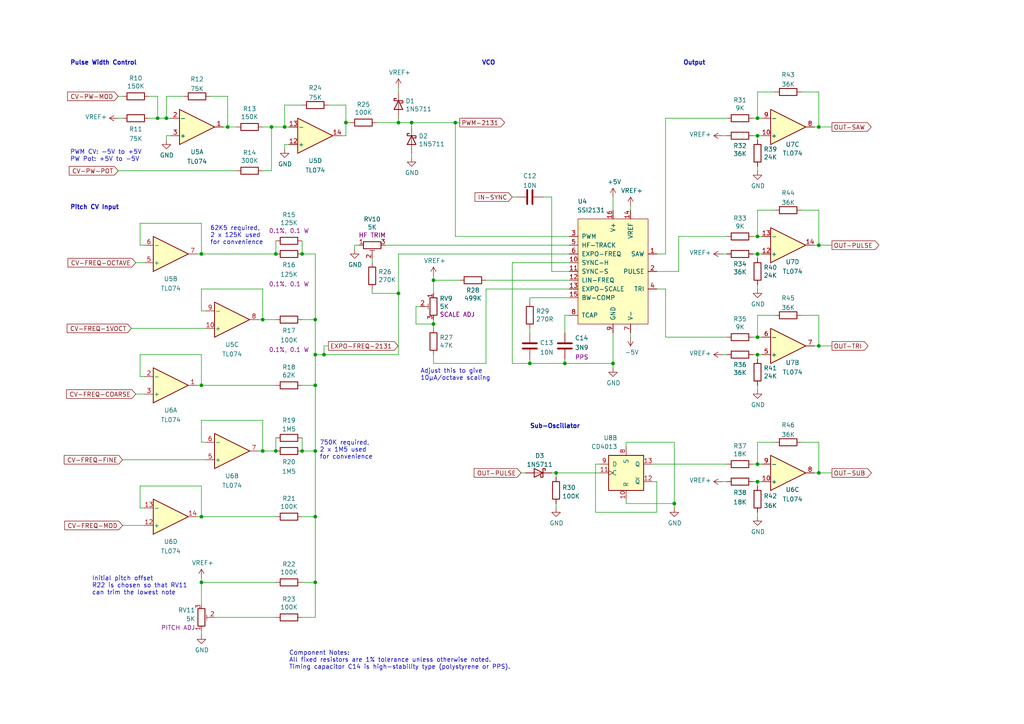
<source format=kicad_sch>
(kicad_sch (version 20211123) (generator eeschema)
  (paper "A4")
  (title_block (title "Main - Eurorack SSI2131 VCO") (date "2022-04-07") (rev "1.4") (company "Len Popp") (comment 1 "Copyright © 2022 Len Popp CC BY") (comment 2 "Eurorack VCO module based on SSI2131, 10 HP"))
  (lib_symbols
    (symbol "-lmp-IC-misc:CD4013" (pin_names (offset 1.016))
      (property "Reference" "U" (at -7.62 8.89 0))
      (property "Value" "CD4013" (at -7.62 -8.89 0))
      (symbol "CD4013_1_1"
        (pin output line (at 7.62 2.54 180) (length 2.54) (name "Q") (number "1"))
        (pin output line (at 7.62 -2.54 180) (length 2.54) (name "~{Q}") (number "2"))
        (pin input clock (at -7.62 0 0) (length 2.54) (name "C") (number "3"))
        (pin input line (at 0 -7.62 90) (length 2.54) (name "R") (number "4"))
        (pin input line (at -7.62 2.54 0) (length 2.54) (name "D") (number "5"))
        (pin input line (at 0 7.62 270) (length 2.54) (name "S") (number "6"))
      )
      (symbol "CD4013_2_1"
        (pin input line (at 0 -7.62 90) (length 2.54) (name "R") (number "10"))
        (pin input clock (at -7.62 0 0) (length 2.54) (name "C") (number "11"))
        (pin output line (at 7.62 -2.54 180) (length 2.54) (name "~{Q}") (number "12"))
        (pin output line (at 7.62 2.54 180) (length 2.54) (name "Q") (number "13"))
        (pin input line (at 0 7.62 270) (length 2.54) (name "S") (number "8"))
        (pin input line (at -7.62 2.54 0) (length 2.54) (name "D") (number "9"))
      )
      (symbol "CD4013_3_1"
        (pin power_in line (at 3.81 7.62 270) (length 2.54) (name "VDD") (number "14"))
        (pin power_in line (at 3.81 -7.62 90) (length 2.54) (name "VSS") (number "7"))
      )
    )
    (symbol "-lmp-diode:1N5711" (pin_numbers hide) (pin_names (offset 1.016) hide)
      (property "Reference" "D" (at 0 2.54 0))
      (property "Value" "1N5711" (at 0 -2.54 0))
      (symbol "1N5711_1_1"
        (pin passive line (at -3.81 0 0) (length 2.54) (name "K") (number "1"))
        (pin passive line (at 3.81 0 180) (length 2.54) (name "A") (number "2"))
      )
    )
    (symbol "-lmp-opamp:TL074" (pin_names (offset 0.127))
      (property "Reference" "U" (at 0 5.08 0))
      (property "Value" "TL074" (at 0 -5.08 0))
      (symbol "TL074_1_1"
        (pin output line (at 7.62 0 180) (length 2.54) (name "~") (number "1"))
        (pin input line (at -7.62 -2.54 0) (length 2.54) (name "-") (number "2"))
        (pin input line (at -7.62 2.54 0) (length 2.54) (name "+") (number "3"))
      )
      (symbol "TL074_2_1"
        (pin input line (at -7.62 2.54 0) (length 2.54) (name "+") (number "5"))
        (pin input line (at -7.62 -2.54 0) (length 2.54) (name "-") (number "6"))
        (pin output line (at 7.62 0 180) (length 2.54) (name "~") (number "7"))
      )
      (symbol "TL074_3_1"
        (pin input line (at -7.62 2.54 0) (length 2.54) (name "+") (number "10"))
        (pin output line (at 7.62 0 180) (length 2.54) (name "~") (number "8"))
        (pin input line (at -7.62 -2.54 0) (length 2.54) (name "-") (number "9"))
      )
      (symbol "TL074_4_1"
        (pin input line (at -7.62 2.54 0) (length 2.54) (name "+") (number "12"))
        (pin input line (at -7.62 -2.54 0) (length 2.54) (name "-") (number "13"))
        (pin output line (at 7.62 0 180) (length 2.54) (name "~") (number "14"))
      )
      (symbol "TL074_5_1"
        (pin power_in line (at -2.54 -7.62 90) (length 3.81) (name "V-") (number "11"))
        (pin power_in line (at -2.54 7.62 270) (length 3.81) (name "V+") (number "4"))
      )
    )
    (symbol "-lmp-power:+5V" (power) (pin_names (offset 0))
      (property "Value" "-lmp-power_+5V" (at 0 3.556 0))
      (symbol "+5V_1_1"
        (pin power_in line (at 0 0 90) (length 0) hide (name "+5V") (number "1"))
      )
    )
    (symbol "-lmp-power:-5V" (power) (pin_names (offset 0))
      (property "Value" "-lmp-power_-5V" (at 0 -3.556 0))
      (symbol "-5V_1_1"
        (pin power_in line (at 0 0 270) (length 0) hide (name "-5V") (number "1"))
      )
    )
    (symbol "-lmp-power:GND" (power) (pin_names (offset 0))
      (property "Value" "-lmp-power_GND" (at 0 -3.81 0))
      (symbol "GND_1_1"
        (pin power_in line (at 0 0 270) (length 0) hide (name "GND") (number "1"))
      )
    )
    (symbol "-lmp-power:VREF+" (power) (pin_names (offset 0))
      (property "Value" "-lmp-power_VREF+" (at 0 3.556 0))
      (symbol "VREF+_1_1"
        (pin power_in line (at 0 0 90) (length 0) hide (name "VREF+") (number "1"))
      )
    )
    (symbol "-lmp-synth:R_100K_Input" (pin_numbers hide) (pin_names (offset 0))
      (property "Reference" "R" (at -2.286 0 90))
      (property "Value" "R_100K_Input" (at 2.413 0 90))
      (property "Value2" "0.1%, 0.1 W" (at 4.445 0 90))
      (symbol "R_100K_Input_1_1"
        (pin passive line (at 0 3.81 270) (length 1.27) (name "~") (number "1"))
        (pin passive line (at 0 -3.81 90) (length 1.27) (name "~") (number "2"))
      )
    )
    (symbol "-lmp-synth:R_POT_TRIM_PCB_Vert_Bourns" (pin_names (offset 1.016) hide)
      (property "Reference" "RV" (at -6.858 0 90))
      (property "Value" "-lmp-synth_R_POT_TRIM_PCB_Vert_Bourns" (at -4.953 0 90))
      (property "Label" "[label]" (at -2.921 0 90))
      (symbol "R_POT_TRIM_PCB_Vert_Bourns_1_1"
        (pin passive line (at 0 3.81 270) (length 1.27) (name "1") (number "1"))
        (pin passive line (at 3.81 0 180) (length 1.27) (name "2") (number "2"))
        (pin passive line (at 0 -3.81 90) (length 1.27) (name "3") (number "3"))
      )
    )
    (symbol "-lmp-synth:SSI2131" (pin_names (offset 1.016))
      (property "Reference" "U" (at -10.16 19.05 0))
      (property "Value" "SSI2131" (at -10.16 16.51 0))
      (symbol "SSI2131_1_1"
        (pin output line (at 12.7 5.08 180) (length 2.54) (name "SAW") (number "1"))
        (pin input line (at -12.7 2.54 0) (length 2.54) (name "SYNC-H") (number "10"))
        (pin input line (at -12.7 0 0) (length 2.54) (name "SYNC-S") (number "11"))
        (pin input line (at -12.7 -2.54 0) (length 2.54) (name "LIN-FREQ") (number "12"))
        (pin input line (at -12.7 -5.08 0) (length 2.54) (name "EXPO-SCALE") (number "13"))
        (pin power_in line (at 5.08 17.78 270) (length 2.54) (name "VREF") (number "14"))
        (pin input line (at -12.7 -7.62 0) (length 2.54) (name "BW-COMP") (number "15"))
        (pin power_in line (at 0 17.78 270) (length 2.54) (name "V+") (number "16"))
        (pin output line (at 12.7 0 180) (length 2.54) (name "PULSE") (number "2"))
        (pin input line (at -12.7 10.16 0) (length 2.54) (name "PWM") (number "3"))
        (pin output line (at 12.7 -5.08 180) (length 2.54) (name "TRI") (number "4"))
        (pin output line (at -12.7 7.62 0) (length 2.54) (name "HF-TRACK") (number "5"))
        (pin input line (at -12.7 5.08 0) (length 2.54) (name "EXPO-FREQ") (number "6"))
        (pin power_in line (at 5.08 -17.78 90) (length 2.54) (name "V-") (number "7"))
        (pin passive line (at -12.7 -12.7 0) (length 2.54) (name "TCAP") (number "8"))
        (pin power_in line (at 0 -17.78 90) (length 2.54) (name "GND") (number "9"))
      )
    )
    (symbol "-lmp:CF" (pin_numbers hide) (pin_names (offset 0.254))
      (property "Reference" "C" (at 0.635 2.54 0))
      (property "Value" "CF" (at 0.635 -2.54 0))
      (symbol "CF_1_1"
        (pin passive line (at 0 3.81 270) (length 2.794) (name "~") (number "1"))
        (pin passive line (at 0 -3.81 90) (length 2.794) (name "~") (number "2"))
      )
    )
    (symbol "-lmp:R_1%_0W166" (pin_numbers hide) (pin_names (offset 0))
      (property "Reference" "R" (at -2.286 0 90))
      (property "Value" "-lmp_R_1%_0W166" (at 2.413 0 90))
      (symbol "R_1%_0W166_1_1"
        (pin passive line (at 0 3.81 270) (length 1.27) (name "~") (number "1"))
        (pin passive line (at 0 -3.81 90) (length 1.27) (name "~") (number "2"))
      )
    )
    (symbol "R_1%_0W166_1" (pin_numbers hide) (pin_names (offset 0))
      (property "Reference" "R" (at -2.286 0 90))
      (property "Value" "R_1%_0W166_1" (at 2.413 0 90))
      (symbol "R_1%_0W166_1_1_1"
        (pin passive line (at 0 3.81 270) (length 1.27) (name "~") (number "1"))
        (pin passive line (at 0 -3.81 90) (length 1.27) (name "~") (number "2"))
      )
    )
    (symbol "R_1%_0W166_12" (pin_numbers hide) (pin_names (offset 0))
      (property "Reference" "R" (at -2.286 0 90))
      (property "Value" "R_1%_0W166_12" (at 2.413 0 90))
      (symbol "R_1%_0W166_12_1_1"
        (pin passive line (at 0 3.81 270) (length 1.27) (name "~") (number "1"))
        (pin passive line (at 0 -3.81 90) (length 1.27) (name "~") (number "2"))
      )
    )
    (symbol "R_1%_0W166_13" (pin_numbers hide) (pin_names (offset 0))
      (property "Reference" "R" (at -2.286 0 90))
      (property "Value" "R_1%_0W166_13" (at 2.413 0 90))
      (symbol "R_1%_0W166_13_1_1"
        (pin passive line (at 0 3.81 270) (length 1.27) (name "~") (number "1"))
        (pin passive line (at 0 -3.81 90) (length 1.27) (name "~") (number "2"))
      )
    )
    (symbol "R_1%_0W166_14" (pin_numbers hide) (pin_names (offset 0))
      (property "Reference" "R" (at -2.286 0 90))
      (property "Value" "R_1%_0W166_14" (at 2.413 0 90))
      (symbol "R_1%_0W166_14_1_1"
        (pin passive line (at 0 3.81 270) (length 1.27) (name "~") (number "1"))
        (pin passive line (at 0 -3.81 90) (length 1.27) (name "~") (number "2"))
      )
    )
    (symbol "R_1%_0W166_15" (pin_numbers hide) (pin_names (offset 0))
      (property "Reference" "R" (at -2.286 0 90))
      (property "Value" "R_1%_0W166_15" (at 2.413 0 90))
      (symbol "R_1%_0W166_15_1_1"
        (pin passive line (at 0 3.81 270) (length 1.27) (name "~") (number "1"))
        (pin passive line (at 0 -3.81 90) (length 1.27) (name "~") (number "2"))
      )
    )
    (symbol "R_1%_0W166_16" (pin_numbers hide) (pin_names (offset 0))
      (property "Reference" "R" (at -2.286 0 90))
      (property "Value" "R_1%_0W166_16" (at 2.413 0 90))
      (symbol "R_1%_0W166_16_1_1"
        (pin passive line (at 0 3.81 270) (length 1.27) (name "~") (number "1"))
        (pin passive line (at 0 -3.81 90) (length 1.27) (name "~") (number "2"))
      )
    )
    (symbol "R_1%_0W166_17" (pin_numbers hide) (pin_names (offset 0))
      (property "Reference" "R" (at -2.286 0 90))
      (property "Value" "R_1%_0W166_17" (at 2.413 0 90))
      (symbol "R_1%_0W166_17_1_1"
        (pin passive line (at 0 3.81 270) (length 1.27) (name "~") (number "1"))
        (pin passive line (at 0 -3.81 90) (length 1.27) (name "~") (number "2"))
      )
    )
    (symbol "R_1%_0W166_18" (pin_numbers hide) (pin_names (offset 0))
      (property "Reference" "R" (at -2.286 0 90))
      (property "Value" "R_1%_0W166_18" (at 2.413 0 90))
      (symbol "R_1%_0W166_18_1_1"
        (pin passive line (at 0 3.81 270) (length 1.27) (name "~") (number "1"))
        (pin passive line (at 0 -3.81 90) (length 1.27) (name "~") (number "2"))
      )
    )
    (symbol "R_1%_0W166_2" (pin_numbers hide) (pin_names (offset 0))
      (property "Reference" "R" (at -2.286 0 90))
      (property "Value" "R_1%_0W166_2" (at 2.413 0 90))
      (symbol "R_1%_0W166_2_1_1"
        (pin passive line (at 0 3.81 270) (length 1.27) (name "~") (number "1"))
        (pin passive line (at 0 -3.81 90) (length 1.27) (name "~") (number "2"))
      )
    )
    (symbol "R_1%_0W166_23" (pin_numbers hide) (pin_names (offset 0))
      (property "Reference" "R" (at -2.286 0 90))
      (property "Value" "R_1%_0W166_23" (at 2.413 0 90))
      (symbol "R_1%_0W166_23_1_1"
        (pin passive line (at 0 3.81 270) (length 1.27) (name "~") (number "1"))
        (pin passive line (at 0 -3.81 90) (length 1.27) (name "~") (number "2"))
      )
    )
    (symbol "R_1%_0W166_25" (pin_numbers hide) (pin_names (offset 0))
      (property "Reference" "R" (at -2.286 0 90))
      (property "Value" "R_1%_0W166_25" (at 2.413 0 90))
      (symbol "R_1%_0W166_25_1_1"
        (pin passive line (at 0 3.81 270) (length 1.27) (name "~") (number "1"))
        (pin passive line (at 0 -3.81 90) (length 1.27) (name "~") (number "2"))
      )
    )
    (symbol "R_1%_0W166_4" (pin_numbers hide) (pin_names (offset 0))
      (property "Reference" "R" (at -2.286 0 90))
      (property "Value" "R_1%_0W166_4" (at 2.413 0 90))
      (symbol "R_1%_0W166_4_1_1"
        (pin passive line (at 0 3.81 270) (length 1.27) (name "~") (number "1"))
        (pin passive line (at 0 -3.81 90) (length 1.27) (name "~") (number "2"))
      )
    )
    (symbol "R_1%_0W166_5" (pin_numbers hide) (pin_names (offset 0))
      (property "Reference" "R" (at -2.286 0 90))
      (property "Value" "R_1%_0W166_5" (at 2.413 0 90))
      (symbol "R_1%_0W166_5_1_1"
        (pin passive line (at 0 3.81 270) (length 1.27) (name "~") (number "1"))
        (pin passive line (at 0 -3.81 90) (length 1.27) (name "~") (number "2"))
      )
    )
    (symbol "R_1%_0W166_6" (pin_numbers hide) (pin_names (offset 0))
      (property "Reference" "R" (at -2.286 0 90))
      (property "Value" "R_1%_0W166_6" (at 2.413 0 90))
      (symbol "R_1%_0W166_6_1_1"
        (pin passive line (at 0 3.81 270) (length 1.27) (name "~") (number "1"))
        (pin passive line (at 0 -3.81 90) (length 1.27) (name "~") (number "2"))
      )
    )
    (symbol "R_100K_Input_1" (pin_numbers hide) (pin_names (offset 0))
      (property "Reference" "R" (at -2.286 0 90))
      (property "Value" "R_100K_Input_1" (at 2.413 0 90))
      (property "Value2" "0.1%, 0.1 W" (at 4.445 0 90))
      (symbol "R_100K_Input_1_1_1"
        (pin passive line (at 0 3.81 270) (length 1.27) (name "~") (number "1"))
        (pin passive line (at 0 -3.81 90) (length 1.27) (name "~") (number "2"))
      )
    )
  )
  (junction (at 80.01 130.81))
  (junction (at 219.71 73.66))
  (junction (at 132.08 35.56))
  (junction (at 115.57 85.09))
  (junction (at 219.71 34.29))
  (junction (at 219.71 97.79))
  (junction (at 78.74 36.83))
  (junction (at 80.01 73.66))
  (junction (at 87.63 73.66))
  (junction (at 91.44 92.71))
  (junction (at 177.8 105.41))
  (junction (at 219.71 39.37))
  (junction (at 91.44 130.81))
  (junction (at 91.44 168.91))
  (junction (at 237.49 36.83))
  (junction (at 219.71 139.7))
  (junction (at 237.49 100.33))
  (junction (at 66.04 36.83))
  (junction (at 91.44 102.87))
  (junction (at 219.71 102.87))
  (junction (at 76.2 130.81))
  (junction (at 45.72 34.29))
  (junction (at 219.71 134.62))
  (junction (at 58.42 111.76))
  (junction (at 115.57 35.56))
  (junction (at 82.55 36.83))
  (junction (at 76.2 92.71))
  (junction (at 58.42 149.86))
  (junction (at 195.58 146.05))
  (junction (at 163.83 105.41))
  (junction (at 125.73 93.98))
  (junction (at 48.26 34.29))
  (junction (at 161.29 137.16))
  (junction (at 100.33 35.56))
  (junction (at 58.42 168.91))
  (junction (at 91.44 149.86))
  (junction (at 153.67 105.41))
  (junction (at 119.38 35.56))
  (junction (at 219.71 68.58))
  (junction (at 87.63 130.81))
  (junction (at 237.49 137.16))
  (junction (at 237.49 71.12))
  (junction (at 93.98 102.87))
  (junction (at 125.73 81.28))
  (junction (at 58.42 73.66))
  (junction (at 91.44 111.76))
  (wire (pts (xy 163.83 91.44) (xy 165.1 91.44)))
  (wire (pts (xy 76.2 121.92) (xy 76.2 130.81)))
  (wire (pts (xy 102.87 71.12) (xy 104.14 71.12)))
  (wire (pts (xy 209.55 102.87) (xy 210.82 102.87)))
  (wire (pts (xy 109.22 35.56) (xy 115.57 35.56)))
  (wire (pts (xy 80.01 69.85) (xy 80.01 73.66)))
  (wire (pts (xy 91.44 149.86) (xy 91.44 168.91)))
  (wire (pts (xy 219.71 39.37) (xy 220.98 39.37)))
  (wire (pts (xy 219.71 128.27) (xy 224.79 128.27)))
  (wire (pts (xy 219.71 34.29) (xy 218.44 34.29)))
  (wire (pts (xy 102.87 72.39) (xy 102.87 71.12)))
  (wire (pts (xy 58.42 168.91) (xy 80.01 168.91)))
  (wire (pts (xy 193.04 73.66) (xy 193.04 34.29)))
  (wire (pts (xy 219.71 102.87) (xy 218.44 102.87)))
  (wire (pts (xy 66.04 27.94) (xy 60.96 27.94)))
  (wire (pts (xy 195.58 128.27) (xy 195.58 146.05)))
  (wire (pts (xy 48.26 34.29) (xy 49.53 34.29)))
  (wire (pts (xy 45.72 34.29) (xy 45.72 27.94)))
  (wire (pts (xy 107.95 76.2) (xy 107.95 74.93)))
  (wire (pts (xy 58.42 149.86) (xy 80.01 149.86)))
  (wire (pts (xy 40.64 140.97) (xy 40.64 147.32)))
  (wire (pts (xy 177.8 57.15) (xy 177.8 60.96)))
  (wire (pts (xy 100.33 30.48) (xy 100.33 35.56)))
  (wire (pts (xy 87.63 149.86) (xy 91.44 149.86)))
  (wire (pts (xy 57.15 149.86) (xy 58.42 149.86)))
  (wire (pts (xy 58.42 111.76) (xy 80.01 111.76)))
  (wire (pts (xy 209.55 73.66) (xy 210.82 73.66)))
  (wire (pts (xy 58.42 83.82) (xy 76.2 83.82)))
  (wire (pts (xy 219.71 60.96) (xy 219.71 68.58)))
  (wire (pts (xy 76.2 130.81) (xy 80.01 130.81)))
  (wire (pts (xy 125.73 93.98) (xy 120.65 93.98)))
  (wire (pts (xy 76.2 92.71) (xy 80.01 92.71)))
  (wire (pts (xy 80.01 127) (xy 80.01 130.81)))
  (wire (pts (xy 76.2 92.71) (xy 76.2 83.82)))
  (wire (pts (xy 219.71 26.67) (xy 224.79 26.67)))
  (wire (pts (xy 41.91 152.4) (xy 35.56 152.4)))
  (wire (pts (xy 76.2 49.53) (xy 78.74 49.53)))
  (wire (pts (xy 163.83 91.44) (xy 163.83 96.52)))
  (wire (pts (xy 218.44 39.37) (xy 219.71 39.37)))
  (wire (pts (xy 165.1 86.36) (xy 153.67 86.36)))
  (wire (pts (xy 181.61 128.27) (xy 181.61 129.54)))
  (wire (pts (xy 62.23 179.07) (xy 80.01 179.07)))
  (wire (pts (xy 58.42 167.64) (xy 58.42 168.91)))
  (wire (pts (xy 190.5 139.7) (xy 190.5 148.59)))
  (wire (pts (xy 219.71 26.67) (xy 219.71 34.29)))
  (wire (pts (xy 219.71 149.86) (xy 219.71 148.59)))
  (wire (pts (xy 87.63 130.81) (xy 87.63 127)))
  (wire (pts (xy 153.67 105.41) (xy 163.83 105.41)))
  (wire (pts (xy 48.26 39.37) (xy 48.26 40.64)))
  (wire (pts (xy 132.08 68.58) (xy 165.1 68.58)))
  (wire (pts (xy 237.49 91.44) (xy 232.41 91.44)))
  (wire (pts (xy 177.8 106.68) (xy 177.8 105.41)))
  (wire (pts (xy 148.59 76.2) (xy 148.59 105.41)))
  (wire (pts (xy 39.37 76.2) (xy 41.91 76.2)))
  (wire (pts (xy 82.55 30.48) (xy 82.55 36.83)))
  (wire (pts (xy 193.04 97.79) (xy 210.82 97.79)))
  (wire (pts (xy 78.74 36.83) (xy 78.74 49.53)))
  (wire (pts (xy 87.63 130.81) (xy 91.44 130.81)))
  (wire (pts (xy 40.64 71.12) (xy 41.91 71.12)))
  (wire (pts (xy 177.8 96.52) (xy 177.8 105.41)))
  (wire (pts (xy 193.04 34.29) (xy 210.82 34.29)))
  (wire (pts (xy 58.42 83.82) (xy 58.42 90.17)))
  (wire (pts (xy 119.38 36.83) (xy 119.38 35.56)))
  (wire (pts (xy 218.44 68.58) (xy 219.71 68.58)))
  (wire (pts (xy 91.44 73.66) (xy 91.44 92.71)))
  (wire (pts (xy 237.49 100.33) (xy 241.3 100.33)))
  (wire (pts (xy 152.4 137.16) (xy 151.13 137.16)))
  (wire (pts (xy 160.02 78.74) (xy 165.1 78.74)))
  (wire (pts (xy 153.67 104.14) (xy 153.67 105.41)))
  (wire (pts (xy 115.57 35.56) (xy 115.57 34.29)))
  (wire (pts (xy 195.58 146.05) (xy 195.58 147.32)))
  (wire (pts (xy 91.44 92.71) (xy 91.44 102.87)))
  (wire (pts (xy 153.67 95.25) (xy 153.67 96.52)))
  (wire (pts (xy 219.71 104.14) (xy 219.71 102.87)))
  (wire (pts (xy 182.88 96.52) (xy 182.88 97.79)))
  (wire (pts (xy 49.53 39.37) (xy 48.26 39.37)))
  (wire (pts (xy 43.18 27.94) (xy 45.72 27.94)))
  (wire (pts (xy 91.44 111.76) (xy 91.44 130.81)))
  (wire (pts (xy 100.33 35.56) (xy 101.6 35.56)))
  (wire (pts (xy 40.64 109.22) (xy 41.91 109.22)))
  (wire (pts (xy 40.64 147.32) (xy 41.91 147.32)))
  (wire (pts (xy 160.02 78.74) (xy 160.02 57.15)))
  (wire (pts (xy 237.49 26.67) (xy 237.49 36.83)))
  (wire (pts (xy 125.73 81.28) (xy 133.35 81.28)))
  (wire (pts (xy 219.71 139.7) (xy 220.98 139.7)))
  (wire (pts (xy 237.49 128.27) (xy 237.49 137.16)))
  (wire (pts (xy 190.5 148.59) (xy 172.72 148.59)))
  (wire (pts (xy 87.63 111.76) (xy 91.44 111.76)))
  (wire (pts (xy 125.73 105.41) (xy 140.97 105.41)))
  (wire (pts (xy 93.98 102.87) (xy 115.57 102.87)))
  (wire (pts (xy 161.29 137.16) (xy 160.02 137.16)))
  (wire (pts (xy 87.63 179.07) (xy 91.44 179.07)))
  (wire (pts (xy 115.57 73.66) (xy 165.1 73.66)))
  (wire (pts (xy 236.22 71.12) (xy 237.49 71.12)))
  (wire (pts (xy 219.71 60.96) (xy 224.79 60.96)))
  (wire (pts (xy 232.41 26.67) (xy 237.49 26.67)))
  (wire (pts (xy 87.63 73.66) (xy 87.63 69.85)))
  (wire (pts (xy 232.41 60.96) (xy 237.49 60.96)))
  (wire (pts (xy 220.98 97.79) (xy 219.71 97.79)))
  (wire (pts (xy 83.82 41.91) (xy 82.55 41.91)))
  (wire (pts (xy 40.64 64.77) (xy 40.64 71.12)))
  (wire (pts (xy 115.57 85.09) (xy 115.57 102.87)))
  (wire (pts (xy 148.59 57.15) (xy 149.86 57.15)))
  (wire (pts (xy 193.04 97.79) (xy 193.04 83.82)))
  (wire (pts (xy 58.42 102.87) (xy 40.64 102.87)))
  (wire (pts (xy 237.49 71.12) (xy 241.3 71.12)))
  (wire (pts (xy 163.83 105.41) (xy 177.8 105.41)))
  (wire (pts (xy 161.29 137.16) (xy 173.99 137.16)))
  (wire (pts (xy 87.63 30.48) (xy 82.55 30.48)))
  (wire (pts (xy 219.71 68.58) (xy 220.98 68.58)))
  (wire (pts (xy 53.34 27.94) (xy 48.26 27.94)))
  (wire (pts (xy 181.61 146.05) (xy 181.61 144.78)))
  (wire (pts (xy 148.59 105.41) (xy 153.67 105.41)))
  (wire (pts (xy 58.42 168.91) (xy 58.42 175.26)))
  (wire (pts (xy 236.22 36.83) (xy 237.49 36.83)))
  (wire (pts (xy 111.76 71.12) (xy 165.1 71.12)))
  (wire (pts (xy 34.29 49.53) (xy 68.58 49.53)))
  (wire (pts (xy 59.69 133.35) (xy 35.56 133.35)))
  (wire (pts (xy 232.41 128.27) (xy 237.49 128.27)))
  (wire (pts (xy 57.15 111.76) (xy 58.42 111.76)))
  (wire (pts (xy 132.08 35.56) (xy 133.35 35.56)))
  (wire (pts (xy 57.15 73.66) (xy 58.42 73.66)))
  (wire (pts (xy 100.33 30.48) (xy 95.25 30.48)))
  (wire (pts (xy 34.29 27.94) (xy 35.56 27.94)))
  (wire (pts (xy 58.42 182.88) (xy 58.42 184.15)))
  (wire (pts (xy 119.38 35.56) (xy 132.08 35.56)))
  (wire (pts (xy 48.26 34.29) (xy 45.72 34.29)))
  (wire (pts (xy 95.25 100.33) (xy 93.98 100.33)))
  (wire (pts (xy 100.33 35.56) (xy 100.33 39.37)))
  (wire (pts (xy 209.55 139.7) (xy 210.82 139.7)))
  (wire (pts (xy 132.08 68.58) (xy 132.08 35.56)))
  (wire (pts (xy 93.98 100.33) (xy 93.98 102.87)))
  (wire (pts (xy 219.71 128.27) (xy 219.71 134.62)))
  (wire (pts (xy 172.72 134.62) (xy 173.99 134.62)))
  (wire (pts (xy 87.63 92.71) (xy 91.44 92.71)))
  (wire (pts (xy 58.42 128.27) (xy 59.69 128.27)))
  (wire (pts (xy 59.69 95.25) (xy 38.1 95.25)))
  (wire (pts (xy 219.71 91.44) (xy 224.79 91.44)))
  (wire (pts (xy 91.44 102.87) (xy 93.98 102.87)))
  (wire (pts (xy 182.88 60.96) (xy 182.88 59.69)))
  (wire (pts (xy 189.23 134.62) (xy 210.82 134.62)))
  (wire (pts (xy 107.95 83.82) (xy 107.95 85.09)))
  (wire (pts (xy 140.97 83.82) (xy 165.1 83.82)))
  (wire (pts (xy 120.65 93.98) (xy 120.65 88.9)))
  (wire (pts (xy 66.04 36.83) (xy 66.04 27.94)))
  (wire (pts (xy 236.22 100.33) (xy 237.49 100.33)))
  (wire (pts (xy 58.42 121.92) (xy 58.42 128.27)))
  (wire (pts (xy 209.55 39.37) (xy 210.82 39.37)))
  (wire (pts (xy 115.57 35.56) (xy 119.38 35.56)))
  (wire (pts (xy 39.37 114.3) (xy 41.91 114.3)))
  (wire (pts (xy 219.71 97.79) (xy 218.44 97.79)))
  (wire (pts (xy 237.49 137.16) (xy 241.3 137.16)))
  (wire (pts (xy 82.55 41.91) (xy 82.55 43.18)))
  (wire (pts (xy 87.63 168.91) (xy 91.44 168.91)))
  (wire (pts (xy 219.71 73.66) (xy 220.98 73.66)))
  (wire (pts (xy 64.77 36.83) (xy 66.04 36.83)))
  (wire (pts (xy 218.44 73.66) (xy 219.71 73.66)))
  (wire (pts (xy 219.71 140.97) (xy 219.71 139.7)))
  (wire (pts (xy 210.82 68.58) (xy 196.85 68.58)))
  (wire (pts (xy 58.42 73.66) (xy 58.42 64.77)))
  (wire (pts (xy 66.04 36.83) (xy 68.58 36.83)))
  (wire (pts (xy 218.44 139.7) (xy 219.71 139.7)))
  (wire (pts (xy 219.71 74.93) (xy 219.71 73.66)))
  (wire (pts (xy 125.73 92.71) (xy 125.73 93.98)))
  (wire (pts (xy 58.42 140.97) (xy 40.64 140.97)))
  (wire (pts (xy 196.85 78.74) (xy 190.5 78.74)))
  (wire (pts (xy 58.42 140.97) (xy 58.42 149.86)))
  (wire (pts (xy 76.2 36.83) (xy 78.74 36.83)))
  (wire (pts (xy 237.49 36.83) (xy 241.3 36.83)))
  (wire (pts (xy 161.29 138.43) (xy 161.29 137.16)))
  (wire (pts (xy 219.71 40.64) (xy 219.71 39.37)))
  (wire (pts (xy 78.74 36.83) (xy 82.55 36.83)))
  (wire (pts (xy 190.5 73.66) (xy 193.04 73.66)))
  (wire (pts (xy 163.83 105.41) (xy 163.83 104.14)))
  (wire (pts (xy 161.29 147.32) (xy 161.29 146.05)))
  (wire (pts (xy 40.64 102.87) (xy 40.64 109.22)))
  (wire (pts (xy 48.26 27.94) (xy 48.26 34.29)))
  (wire (pts (xy 193.04 83.82) (xy 190.5 83.82)))
  (wire (pts (xy 91.44 168.91) (xy 91.44 179.07)))
  (wire (pts (xy 115.57 26.67) (xy 115.57 25.4)))
  (wire (pts (xy 107.95 85.09) (xy 115.57 85.09)))
  (wire (pts (xy 140.97 81.28) (xy 165.1 81.28)))
  (wire (pts (xy 58.42 102.87) (xy 58.42 111.76)))
  (wire (pts (xy 115.57 73.66) (xy 115.57 85.09)))
  (wire (pts (xy 58.42 90.17) (xy 59.69 90.17)))
  (wire (pts (xy 91.44 130.81) (xy 91.44 149.86)))
  (wire (pts (xy 157.48 57.15) (xy 160.02 57.15)))
  (wire (pts (xy 181.61 146.05) (xy 195.58 146.05)))
  (wire (pts (xy 237.49 60.96) (xy 237.49 71.12)))
  (wire (pts (xy 125.73 81.28) (xy 125.73 85.09)))
  (wire (pts (xy 219.71 34.29) (xy 220.98 34.29)))
  (wire (pts (xy 220.98 102.87) (xy 219.71 102.87)))
  (wire (pts (xy 58.42 64.77) (xy 40.64 64.77)))
  (wire (pts (xy 74.93 92.71) (xy 76.2 92.71)))
  (wire (pts (xy 43.18 34.29) (xy 45.72 34.29)))
  (wire (pts (xy 82.55 36.83) (xy 83.82 36.83)))
  (wire (pts (xy 91.44 102.87) (xy 91.44 111.76)))
  (wire (pts (xy 58.42 73.66) (xy 80.01 73.66)))
  (wire (pts (xy 218.44 134.62) (xy 219.71 134.62)))
  (wire (pts (xy 172.72 148.59) (xy 172.72 134.62)))
  (wire (pts (xy 87.63 73.66) (xy 91.44 73.66)))
  (wire (pts (xy 237.49 91.44) (xy 237.49 100.33)))
  (wire (pts (xy 219.71 49.53) (xy 219.71 48.26)))
  (wire (pts (xy 219.71 134.62) (xy 220.98 134.62)))
  (wire (pts (xy 125.73 81.28) (xy 125.73 80.01)))
  (wire (pts (xy 34.29 34.29) (xy 35.56 34.29)))
  (wire (pts (xy 125.73 93.98) (xy 125.73 95.25)))
  (wire (pts (xy 125.73 102.87) (xy 125.73 105.41)))
  (wire (pts (xy 140.97 83.82) (xy 140.97 105.41)))
  (wire (pts (xy 219.71 113.03) (xy 219.71 111.76)))
  (wire (pts (xy 99.06 39.37) (xy 100.33 39.37)))
  (wire (pts (xy 219.71 83.82) (xy 219.71 82.55)))
  (wire (pts (xy 189.23 139.7) (xy 190.5 139.7)))
  (wire (pts (xy 148.59 76.2) (xy 165.1 76.2)))
  (wire (pts (xy 196.85 68.58) (xy 196.85 78.74)))
  (wire (pts (xy 181.61 128.27) (xy 195.58 128.27)))
  (wire (pts (xy 119.38 45.72) (xy 119.38 44.45)))
  (wire (pts (xy 76.2 121.92) (xy 58.42 121.92)))
  (wire (pts (xy 219.71 91.44) (xy 219.71 97.79)))
  (wire (pts (xy 236.22 137.16) (xy 237.49 137.16)))
  (wire (pts (xy 120.65 88.9) (xy 121.92 88.9)))
  (wire (pts (xy 74.93 130.81) (xy 76.2 130.81)))
  (wire (pts (xy 153.67 86.36) (xy 153.67 87.63)))
  (text "62K5 required, \n2 x 125K used \nfor convenience" (at 60.96 71.12 0) (effects (font (size 1.27 1.27)) (justify left bottom)))
  (text "VCO" (at 139.7 19.05 0) (effects (font (size 1.27 1.27) (thickness 0.254) bold) (justify left bottom)))
  (text "PWM CV: -5V to +5V\nPW Pot: +5V to -5V" (at 20.32 46.99 0) (effects (font (size 1.27 1.27)) (justify left bottom)))
  (text "Sub-Oscillator" (at 153.67 124.46 0) (effects (font (size 1.27 1.27) (thickness 0.254) bold) (justify left bottom)))
  (text "750K required, \n2 x 1M5 used \nfor convenience" (at 92.71 133.35 0) (effects (font (size 1.27 1.27)) (justify left bottom)))
  (text "Output" (at 198.12 19.05 0) (effects (font (size 1.27 1.27) (thickness 0.254) bold) (justify left bottom)))
  (text "Pulse Width Control" (at 20.32 19.05 0) (effects (font (size 1.27 1.27) (thickness 0.254) bold) (justify left bottom)))
  (text "Initial pitch offset \nR22 is chosen so that RV11\ncan trim the lowest note" (at 26.67 172.72 0) (effects (font (size 1.27 1.27)) (justify left bottom)))
  (text "Adjust this to give \n10μA/octave scaling" (at 121.92 110.49 0) (effects (font (size 1.27 1.27)) (justify left bottom)))
  (text "Component Notes:\nAll fixed resistors are 1% tolerance unless otherwise noted.\nTiming capacitor C14 is high-stability type (polystyrene or PPS)." (at 83.82 194.31 0) (effects (font (size 1.27 1.27)) (justify left bottom)))
  (text "Pitch CV Input" (at 20.32 60.96 0) (effects (font (size 1.27 1.27) (thickness 0.254) bold) (justify left bottom)))
  (global_label "CV-FREQ-COARSE" (shape input) (at 39.37 114.3 180) (property "Intersheet References" "${INTERSHEET_REFS}" (effects hide)))
  (global_label "PWM-2131" (shape output) (at 133.35 35.56 0) (property "Intersheet References" "${INTERSHEET_REFS}" (effects hide)))
  (global_label "EXPO-FREQ-2131" (shape output) (at 95.25 100.33 0) (property "Intersheet References" "${INTERSHEET_REFS}" (effects hide)))
  (global_label "IN-SYNC" (shape input) (at 148.59 57.15 180) (property "Intersheet References" "${INTERSHEET_REFS}" (effects hide)))
  (global_label "CV-PW-MOD" (shape input) (at 34.29 27.94 180) (property "Intersheet References" "${INTERSHEET_REFS}" (effects hide)))
  (global_label "CV-FREQ-FINE" (shape input) (at 35.56 133.35 180) (property "Intersheet References" "${INTERSHEET_REFS}" (effects hide)))
  (global_label "OUT-PULSE" (shape output) (at 241.3 71.12 0) (property "Intersheet References" "${INTERSHEET_REFS}" (effects hide)))
  (global_label "OUT-SAW" (shape output) (at 241.3 36.83 0) (property "Intersheet References" "${INTERSHEET_REFS}" (effects hide)))
  (global_label "CV-FREQ-OCTAVE" (shape input) (at 39.37 76.2 180) (property "Intersheet References" "${INTERSHEET_REFS}" (effects hide)))
  (global_label "CV-FREQ-1VOCT" (shape input) (at 38.1 95.25 180) (property "Intersheet References" "${INTERSHEET_REFS}" (effects hide)))
  (global_label "OUT-SUB" (shape output) (at 241.3 137.16 0) (property "Intersheet References" "${INTERSHEET_REFS}" (effects hide)))
  (global_label "OUT-TRI" (shape output) (at 241.3 100.33 0) (property "Intersheet References" "${INTERSHEET_REFS}" (effects hide)))
  (global_label "CV-PW-POT" (shape input) (at 34.29 49.53 180) (property "Intersheet References" "${INTERSHEET_REFS}" (effects hide)))
  (global_label "CV-FREQ-MOD" (shape input) (at 35.56 152.4 180) (property "Intersheet References" "${INTERSHEET_REFS}" (effects hide)))
  (global_label "OUT-PULSE" (shape input) (at 151.13 137.16 180) (property "Intersheet References" "${INTERSHEET_REFS}" (effects hide)))
  (symbol (lib_id "-lmp-power:GND") (at 177.8 106.68 0) (unit 1)
    (property "Reference" "#PWR0139" (effects hide))
    (property "Value" "GND" (at 177.927 111.0742 0))
  )
  (symbol (lib_name "R_1%_0W166_6") (lib_id "-lmp:R_1%_0W166") (at 83.82 127 270) (unit 1)
    (property "Reference" "R19" (at 83.82 121.92 90))
    (property "Value" "1M5" (at 83.82 124.46 90))
    (property "Footprint" "-lmp-misc:R_Axial_DIN0207_L6.3mm_D2.5mm_P7.62mm_Horizontal" (effects hide))
    (property "Datasheet" "https://www.mouser.ca/datasheet/2/447/Yageo_LR_MFR_1-1714151.pdf" (effects hide))
    (property "Manufacturer" "YAGEO" (effects hide))
    (property "Distributor" "Mouser" (effects hide))
    (property "Value2" "1%, 1/6 W" (effects hide))
    (property "ManufacturerPartNum" "MFR-12FTF52-1M5" (effects hide))
    (property "DistributorPartNum" "603-MFR-12FTF52-1M5" (effects hide))
    (property "DistributorPartLink" "https://www.mouser.ca/ProductDetail/YAGEO/MFR-12FTF52-1M5?qs=oAGoVhmvjhxERKbuQY3PoQ%3D%3D" (effects hide))
  )
  (symbol (lib_name "R_1%_0W166_4") (lib_id "-lmp:R_1%_0W166") (at 72.39 49.53 270) (unit 1)
    (property "Reference" "R14" (at 72.39 44.2722 90))
    (property "Value" "300K" (at 72.39 46.5836 90))
    (property "Footprint" "-lmp-misc:R_Axial_DIN0207_L6.3mm_D2.5mm_P10.16mm_Horizontal" (effects hide))
    (property "Datasheet" "https://www.mouser.ca/datasheet/2/447/Yageo_LR_MFR_1-1714151.pdf" (effects hide))
    (property "Manufacturer" "YAGEO" (effects hide))
    (property "ManufacturerPartNum" "MFR-25FRF52-300K" (effects hide))
    (property "Distributor" "Mouser" (effects hide))
    (property "DistributorPartNum" "603-MFR-25FRF52-300K" (effects hide))
    (property "DistributorPartLink" "https://www.mouser.ca/ProductDetail/603-MFR-25FRF52-300K" (effects hide))
    (property "Value2" "1%, 1/6 W" (effects hide))
  )
  (symbol (lib_id "-lmp-power:GND") (at 219.71 83.82 0) (unit 1)
    (property "Reference" "#PWR0120" (effects hide))
    (property "Value" "GND" (at 219.837 88.2142 0))
  )
  (symbol (lib_id "-lmp-power:GND") (at 219.71 113.03 0) (unit 1)
    (property "Reference" "#PWR0117" (effects hide))
    (property "Value" "GND" (at 219.837 117.4242 0))
  )
  (symbol (lib_name "R_1%_0W166_17") (lib_id "-lmp:R_1%_0W166") (at 214.63 34.29 270) (unit 1)
    (property "Reference" "R31" (at 214.63 29.0322 90))
    (property "Value" "9K" (at 214.63 31.3436 90))
    (property "Footprint" "-lmp-misc:R_Axial_DIN0207_L6.3mm_D2.5mm_P7.62mm_Horizontal" (effects hide))
    (property "Datasheet" "https://www.mouser.ca/datasheet/2/447/Yageo_LR_MFR_1-1714151.pdf" (effects hide))
    (property "Manufacturer" "YAGEO" (effects hide))
    (property "ManufacturerPartNum" "MFR-25FTF52-9K" (effects hide))
    (property "Distributor" "Mouser" (effects hide))
    (property "DistributorPartNum" "603-MFR-25FTF52-9K" (effects hide))
    (property "DistributorPartLink" "https://www.mouser.ca/ProductDetail/YAGEO/MFR-25FTF52-9K?qs=xZ%2FP%252Ba9zWqZDyxQkcWialQ%3D%3D" (effects hide))
    (property "Value2" "1%" (effects hide))
  )
  (symbol (lib_name "R_1%_0W166_18") (lib_id "-lmp:R_1%_0W166") (at 214.63 39.37 270) (unit 1)
    (property "Reference" "R32" (at 214.63 42.291 90))
    (property "Value" "36K" (at 214.63 44.6024 90))
    (property "Footprint" "-lmp-misc:R_Axial_DIN0204_L3.6mm_D1.6mm_P7.62mm_Horizontal" (effects hide))
    (property "Datasheet" "https://www.mouser.ca/datasheet/2/447/Yageo_LR_MFR_1-1714151.pdf" (effects hide))
    (property "Manufacturer" "YAGEO" (effects hide))
    (property "ManufacturerPartNum" "MFR-12FTF52-36K" (effects hide))
    (property "Distributor" "Mouser" (effects hide))
    (property "DistributorPartNum" "603-MFR-12FTF52-36K" (effects hide))
    (property "DistributorPartLink" "https://www.mouser.ca/ProductDetail/YAGEO/MFR-12FTF52-36K?qs=oAGoVhmvjhyIq6EO5blb%252BQ%3D%3D" (effects hide))
    (property "Value2" "1%, 1/6 W" (effects hide))
  )
  (symbol (lib_name "R_1%_0W166_25") (lib_id "-lmp:R_1%_0W166") (at 219.71 44.45 0) (unit 1)
    (property "Reference" "R39" (at 221.488 43.2816 0) (effects (justify left)))
    (property "Value" "24K" (at 221.488 45.593 0) (effects (justify left)))
    (property "Footprint" "-lmp-misc:R_Axial_DIN0204_L3.6mm_D1.6mm_P7.62mm_Horizontal" (effects hide))
    (property "Datasheet" "https://www.mouser.ca/datasheet/2/447/Yageo_LR_MFR_1-1714151.pdf" (effects hide))
    (property "Manufacturer" "YAGEO" (effects hide))
    (property "ManufacturerPartNum" "MFR-12FTF52-24K" (effects hide))
    (property "Distributor" "Mouser" (effects hide))
    (property "DistributorPartNum" "603-MFR-12FTF52-24K" (effects hide))
    (property "DistributorPartLink" "https://www.mouser.ca/ProductDetail/YAGEO/MFR-12FTF52-24K?qs=oAGoVhmvjhxMddJ2UCzasA%3D%3D" (effects hide))
    (property "Value2" "1%, 1/6 W" (effects hide))
  )
  (symbol (lib_name "R_1%_0W166_23") (lib_id "-lmp:R_1%_0W166") (at 214.63 134.62 270) (unit 1)
    (property "Reference" "R37" (at 214.63 129.3622 90))
    (property "Value" "18K" (at 214.63 131.6736 90))
    (property "Footprint" "-lmp-misc:R_Axial_DIN0204_L3.6mm_D1.6mm_P7.62mm_Horizontal" (effects hide))
    (property "Datasheet" "https://www.mouser.ca/datasheet/2/447/Yageo_LR_MFR_1-1714151.pdf" (effects hide))
    (property "Manufacturer" "YAGEO" (effects hide))
    (property "ManufacturerPartNum" "MFR-12FTF52-18K" (effects hide))
    (property "Distributor" "Mouser" (effects hide))
    (property "DistributorPartNum" "603-MFR-12FTF52-18K" (effects hide))
    (property "DistributorPartLink" "https://www.mouser.ca/ProductDetail/YAGEO/MFR-12FTF52-18K?qs=oAGoVhmvjhyrIv61YZaM%252Bw%3D%3D" (effects hide))
    (property "Value2" "1%, 1/6 W" (effects hide))
  )
  (symbol (lib_id "-lmp-power:GND") (at 48.26 40.64 0) (unit 1)
    (property "Reference" "#PWR0121" (effects hide))
    (property "Value" "GND" (at 48.387 45.0342 0))
  )
  (symbol (lib_id "-lmp-power:GND") (at 195.58 147.32 0) (unit 1)
    (property "Reference" "#PWR0147" (effects hide))
    (property "Value" "GND" (at 195.707 151.7142 0))
  )
  (symbol (lib_id "-lmp-power:-5V") (at 182.88 97.79 0) (unit 1)
    (property "Reference" "#PWR0151" (effects hide))
    (property "Value" "-5V" (at 183.261 102.1842 0))
  )
  (symbol (lib_id "-lmp-power:GND") (at 82.55 43.18 0) (unit 1)
    (property "Reference" "#PWR0125" (effects hide))
    (property "Value" "GND" (at 82.677 47.5742 0))
  )
  (symbol (lib_id "-lmp-IC-misc:CD4013") (at 181.61 137.16 0) (unit 2)
    (property "Reference" "U8" (at 179.07 127 0) (effects (justify right)))
    (property "Value" "CD4013" (at 179.07 129.54 0) (effects (justify right)))
    (property "Footprint" "Package_DIP:DIP-14_W7.62mm" (effects hide))
    (property "Datasheet" "https://www.ti.com/lit/ds/symlink/cd4013b.pdf" (effects hide))
    (property "Manufacturer" "Texas Instruments" (effects hide))
    (property "ManufacturerPartNum" "CD4013BE" (effects hide))
    (property "Distributor" "Mouser" (effects hide))
    (property "DistributorPartNum" "595-CD4013BE" (effects hide))
    (property "DistributorPartLink" "https://www.mouser.ca/ProductDetail/Texas-Instruments/CD4013BE?qs=pt%2FIv5r0EPc2Chv9B9JKAA==" (effects hide))
  )
  (symbol (lib_id "-lmp-synth:R_POT_TRIM_PCB_Vert_Bourns") (at 58.42 179.07 0) (mirror x) (unit 1)
    (property "Reference" "RV11" (at 56.6421 176.9669 0) (effects (justify right)))
    (property "Value" "5K" (at 56.6421 179.5038 0) (effects (justify right)))
    (property "Footprint" "-lmp-synth:Potentiometer_Bourns_3296W_Vertical" (effects hide))
    (property "Datasheet" "https://www.mouser.ca/datasheet/2/54/3296-776415.pdf" (effects hide))
    (property "Label" "PITCH ADJ" (at 56.6421 182.0407 0) (effects (justify right)))
    (property "Manufacturer" "Bourns" (effects hide))
    (property "ManufacturerPartNum" "3296W-1-502LF" (effects hide))
    (property "Distributor" "Mouser" (effects hide))
    (property "DistributorPartNum" "652-3296W-1-502LF" (effects hide))
    (property "DistributorPartLink" "https://www.mouser.ca/ProductDetail/Bourns/3296W-1-502LF?qs=zl1BDXJPZVrTnesl5BcuCQ%3D%3D" (effects hide))
  )
  (symbol (lib_name "R_1%_0W166_5") (lib_id "-lmp:R_1%_0W166") (at 83.82 111.76 270) (unit 1)
    (property "Reference" "R18" (at 83.82 106.5022 90))
    (property "Value" "62K" (at 83.82 108.8136 90))
    (property "Footprint" "-lmp-misc:R_Axial_DIN0204_L3.6mm_D1.6mm_P7.62mm_Horizontal" (effects hide))
    (property "Datasheet" "https://www.mouser.ca/datasheet/2/447/Yageo_LR_MFR_1-1714151.pdf" (effects hide))
    (property "Value2" "1%, 1/6 W" (effects hide))
    (property "Note" "Input mixing" (effects hide))
    (property "Distributor" "Mouser" (effects hide))
    (property "Manufacturer" "YAGEO" (effects hide))
    (property "ManufacturerPartNum" "MFR-12FTF52-62K" (effects hide))
    (property "DistributorPartNum" "603-MFR-12FTF52-62K" (effects hide))
    (property "DistributorPartLink" "https://www.mouser.ca/ProductDetail/YAGEO/MFR-12FTF52-62K?qs=oAGoVhmvjhxKiKU7PpG0Kg%3D%3D" (effects hide))
  )
  (symbol (lib_name "R_1%_0W166_16") (lib_id "-lmp:R_1%_0W166") (at 161.29 142.24 0) (unit 1)
    (property "Reference" "R30" (at 163.068 141.4053 0) (effects (justify left)))
    (property "Value" "100K" (at 163.068 143.9422 0) (effects (justify left)))
    (property "Footprint" "-lmp-misc:R_Axial_DIN0204_L3.6mm_D1.6mm_P7.62mm_Horizontal" (effects hide))
    (property "Datasheet" "https://www.mouser.ca/datasheet/2/447/Yageo_LR_MFR_1-1714151.pdf" (effects hide))
    (property "Value2" "1%, 1/6 W" (effects hide))
    (property "Manufacturer" "YAGEO" (effects hide))
    (property "ManufacturerPartNum" "MFR-12FRF52-10K" (effects hide))
    (property "Distributor" "Mouser" (effects hide))
    (property "DistributorPartNum" "603-MFR-12FRF5210K" (effects hide))
    (property "DistributorPartLink" "https://www.mouser.ca/ProductDetail/YAGEO/MFR-12FRF52-10K?qs=%2Fha2pyFaduik%252B931GUVuOg6RLmmfil0yYFh5vxVUy4xd19JrveLWPw%3D%3D" (effects hide))
  )
  (symbol (lib_id "-lmp-power:GND") (at 161.29 147.32 0) (unit 1)
    (property "Reference" "#PWR010" (effects hide))
    (property "Value" "GND" (at 161.417 151.7142 0))
  )
  (symbol (lib_name "R_1%_0W166_1") (lib_id "-lmp:R_1%_0W166") (at 39.37 27.94 270) (unit 1)
    (property "Reference" "R10" (at 39.37 22.6822 90))
    (property "Value" "150K" (at 39.37 24.9936 90))
    (property "Footprint" "-lmp-misc:R_Axial_DIN0204_L3.6mm_D1.6mm_P7.62mm_Horizontal" (effects hide))
    (property "Datasheet" "https://www.mouser.ca/datasheet/2/447/Yageo_LR_MFR_1-1714151.pdf" (effects hide))
    (property "Value2" "1%, 1/6 W" (effects hide))
    (property "Manufacturer" "YAGEO" (effects hide))
    (property "ManufacturerPartNum" "MFR-12FTF52-150K" (effects hide))
    (property "Distributor" "Mouser" (effects hide))
    (property "DistributorPartNum" " 603-MFR-12FTF52-150K" (effects hide))
    (property "DistributorPartLink" "https://www.mouser.ca/ProductDetail/YAGEO/MFR-12FTF52-150K?qs=oAGoVhmvjhyn6tjndOraRA%3D%3D" (effects hide))
  )
  (symbol (lib_id "-lmp-synth:R_100K_Input") (at 83.82 92.71 270) (unit 1)
    (property "Reference" "R17" (at 83.82 95.8755 90))
    (property "Value" "100K" (at 83.82 98.6506 90))
    (property "Footprint" "-lmp-misc:R_Axial_DIN0207_L6.3mm_D2.5mm_P10.16mm_Horizontal" (effects hide))
    (property "Datasheet" "https://www.mouser.ca/datasheet/2/427/cmfmil-1762972.pdf" (effects hide))
    (property "Value2" "0.1%, 0.1 W" (at 83.82 101.4257 90))
    (property "Note" "Input mixing" (effects hide))
    (property "Distributor" "Mouser" (effects hide))
    (property "Manufacturer" "Vishay / Dale" (effects hide))
    (property "ManufacturerPartNum" "RN55C1003BRE6" (effects hide))
    (property "DistributorPartNum" "71-RN55C-B-100K/R" (effects hide))
    (property "DistributorPartLink" "https://www.mouser.ca/ProductDetail/Vishay-Dale/RN55C1003BRE6?qs=sGAEpiMZZMsPqMdJzcrNws7FjRh4yjnCEY%2FA9CHAEes%3D" (effects hide))
  )
  (symbol (lib_name "R_1%_0W166_13") (lib_id "-lmp:R_1%_0W166") (at 125.73 99.06 0) (unit 1)
    (property "Reference" "R27" (at 127.508 97.8916 0) (effects (justify left)))
    (property "Value" "47K" (at 127.508 100.203 0) (effects (justify left)))
    (property "Footprint" "-lmp-misc:R_Axial_DIN0204_L3.6mm_D1.6mm_P7.62mm_Horizontal" (effects hide))
    (property "Datasheet" "https://www.mouser.ca/datasheet/2/447/Yageo_LR_MFR_1-1714151.pdf" (effects hide))
    (property "Value2" "1%, 1/6 W" (effects hide))
    (property "Manufacturer" "YAGEO" (effects hide))
    (property "ManufacturerPartNum" "MFR-12FTF52-47K" (effects hide))
    (property "Distributor" "Mouser" (effects hide))
    (property "DistributorPartNum" "603-MFR-12FTF52-47K" (effects hide))
    (property "DistributorPartLink" "https://www.mouser.ca/ProductDetail/YAGEO/MFR-12FTF52-47K?qs=oAGoVhmvjhylO%2Fy0ChGYrw%3D%3D" (effects hide))
  )
  (symbol (lib_id "-lmp-synth:R_POT_TRIM_PCB_Vert_Bourns") (at 125.73 88.9 0) (mirror y) (unit 1)
    (property "Reference" "RV9" (at 127.508 86.5886 0) (effects (justify right)))
    (property "Value" "5K" (at 127.508 88.9 0) (effects (justify right)))
    (property "Footprint" "-lmp-synth:Potentiometer_Bourns_3296W_Vertical" (effects hide))
    (property "Datasheet" "https://www.mouser.ca/datasheet/2/54/3296-776415.pdf" (effects hide))
    (property "Label" "SCALE ADJ" (at 127.508 91.2114 0) (effects (justify right)))
    (property "Manufacturer" "Bourns" (effects hide))
    (property "ManufacturerPartNum" "3296W-1-502LF" (effects hide))
    (property "Distributor" "Mouser" (effects hide))
    (property "DistributorPartNum" "652-3296W-1-502LF" (effects hide))
    (property "DistributorPartLink" "https://www.mouser.ca/ProductDetail/Bourns/3296W-1-502LF?qs=zl1BDXJPZVrTnesl5BcuCQ%3D%3D" (effects hide))
  )
  (symbol (lib_id "-lmp-power:GND") (at 58.42 184.15 0) (unit 1)
    (property "Reference" "#PWR04" (effects hide))
    (property "Value" "GND" (at 58.547 188.5442 0))
  )
  (symbol (lib_id "-lmp-power:VREF+") (at 58.42 167.64 0) (unit 1)
    (property "Reference" "#PWR03" (effects hide))
    (property "Value" "VREF+" (at 58.801 163.2458 0))
  )
  (symbol (lib_name "R_100K_Input_1") (lib_id "-lmp-synth:R_100K_Input") (at 83.82 69.85 270) (unit 1)
    (property "Reference" "R15" (at 83.82 62.3062 90))
    (property "Value" "125K" (at 83.82 64.6176 90))
    (property "Footprint" "-lmp-misc:R_Axial_DIN0207_L6.3mm_D2.5mm_P10.16mm_Horizontal" (effects hide))
    (property "Datasheet" "https://www.mouser.ca/datasheet/2/427/cmfmil-1762972.pdf" (effects hide))
    (property "Value2" "0.1%, 0.1 W" (at 83.82 66.929 90))
    (property "Note" "Input mixing" (effects hide))
    (property "Distributor" "Mouser" (effects hide))
    (property "Manufacturer" "Vishay / Dale" (effects hide))
    (property "ManufacturerPartNum" "RN55E1253BB14" (effects hide))
    (property "DistributorPartNum" "71-RN55E-B-125K" (effects hide))
    (property "DistributorPartLink" "https://www.mouser.ca/ProductDetail/Vishay-Dale/RN55E1253BB14?qs=sGAEpiMZZMsPqMdJzcrNwmQKrDNVFgoH5g9B3Mhalic%3D" (effects hide))
  )
  (symbol (lib_id "-lmp-synth:SSI2131") (at 177.8 78.74 0) (unit 1)
    (property "Reference" "U4" (at 168.91 58.42 0))
    (property "Value" "SSI2131" (at 171.45 60.96 0))
    (property "Footprint" "-lmp-breakout:Breakout_DIP-16_W15.24mm" (effects hide))
    (property "Datasheet" "http://soundsemiconductor.com/downloads/ssi2131datasheet.pdf" (effects hide))
    (property "Manufacturer" "Sound Semiconductor" (effects hide))
    (property "ManufacturerPartNum" "SSI2131" (effects hide))
    (property "Distributor" "Antique Electronic Supply" (effects hide))
    (property "DistributorPartNum" "P-Q-SSI2131" (effects hide))
    (property "DistributorPartLink" "https://www.tubesandmore.com/products/integrated-circuit-ssi2131-vco-sound-semiconductor" (effects hide))
  )
  (symbol (lib_id "-lmp-power:+5V") (at 177.8 57.15 0) (unit 1)
    (property "Reference" "#PWR011" (effects hide))
    (property "Value" "+5V" (at 178.181 52.7558 0))
  )
  (symbol (lib_id "-lmp-power:VREF+") (at 182.88 59.69 0) (unit 1)
    (property "Reference" "#PWR012" (effects hide))
    (property "Value" "VREF+" (at 183.261 55.2958 0))
  )
  (symbol (lib_id "-lmp-synth:R_POT_TRIM_PCB_Vert_Bourns") (at 107.95 71.12 90) (mirror x) (unit 1)
    (property "Reference" "RV10" (at 107.95 63.5762 90))
    (property "Value" "5K" (at 107.95 65.8876 90))
    (property "Footprint" "-lmp-synth:Potentiometer_Bourns_3296W_Vertical" (effects hide))
    (property "Datasheet" "https://www.mouser.ca/datasheet/2/54/3296-776415.pdf" (effects hide))
    (property "Label" "HF TRIM" (at 107.95 68.199 90))
    (property "Manufacturer" "Bourns" (effects hide))
    (property "ManufacturerPartNum" "3296W-1-502LF" (effects hide))
    (property "Distributor" "Mouser" (effects hide))
    (property "DistributorPartNum" "652-3296W-1-502LF" (effects hide))
    (property "DistributorPartLink" "https://www.mouser.ca/ProductDetail/Bourns/3296W-1-502LF?qs=zl1BDXJPZVrTnesl5BcuCQ%3D%3D" (effects hide))
  )
  (symbol (lib_id "-lmp-power:GND") (at 219.71 49.53 0) (unit 1)
    (property "Reference" "#PWR0155" (effects hide))
    (property "Value" "GND" (at 219.837 53.9242 0))
  )
  (symbol (lib_name "R_1%_0W166_15") (lib_id "-lmp:R_1%_0W166") (at 153.67 91.44 0) (unit 1)
    (property "Reference" "R29" (at 155.448 90.2716 0) (effects (justify left)))
    (property "Value" "270R" (at 155.448 92.583 0) (effects (justify left)))
    (property "Footprint" "-lmp-misc:R_Axial_DIN0204_L3.6mm_D1.6mm_P7.62mm_Horizontal" (effects hide))
    (property "Datasheet" "https://www.mouser.ca/datasheet/2/447/Yageo_LR_MFR_1-1714151.pdf" (effects hide))
    (property "Value2" "1%, 1/6 W" (effects hide))
    (property "Manufacturer" "YAGEO" (effects hide))
    (property "ManufacturerPartNum" "MFR-12FTF52-470R" (effects hide))
    (property "Distributor" "Mouser" (effects hide))
    (property "DistributorPartNum" " 603-MFR-12FTF52-470R" (effects hide))
    (property "DistributorPartLink" "https://www.mouser.ca/ProductDetail/YAGEO/MFR-12FTF52-470R?qs=oAGoVhmvjhzwbENn17GKHQ%3D%3D" (effects hide))
  )
  (symbol (lib_name "R_1%_0W166_14") (lib_id "-lmp:R_1%_0W166") (at 137.16 81.28 270) (unit 1)
    (property "Reference" "R28" (at 137.16 84.201 90))
    (property "Value" "499K" (at 137.16 86.5124 90))
    (property "Footprint" "-lmp-misc:R_Axial_DIN0207_L6.3mm_D2.5mm_P7.62mm_Horizontal" (effects hide))
    (property "Datasheet" "https://www.mouser.ca/datasheet/2/447/Yageo_LR_MFR_1-1714151.pdf" (effects hide))
    (property "Value2" "1%, 1/6 W" (effects hide))
    (property "Manufacturer" "YAGEO" (effects hide))
    (property "ManufacturerPartNum" "MFR-25FTE52-499K" (effects hide))
    (property "Distributor" "Mouser" (effects hide))
    (property "DistributorPartNum" "603-MFR-25FTE52-499K" (effects hide))
    (property "DistributorPartLink" "https://www.mouser.ca/ProductDetail/YAGEO/MFR-25FTE52-499K?qs=oAGoVhmvjhyZIgXtFNjfqg%3D%3D" (effects hide))
  )
  (symbol (lib_id "-lmp-power:VREF+") (at 125.73 80.01 0) (unit 1)
    (property "Reference" "#PWR08" (effects hide))
    (property "Value" "VREF+" (at 126.111 75.6158 0))
  )
  (symbol (lib_name "R_1%_0W166_12") (lib_id "-lmp:R_1%_0W166") (at 107.95 80.01 0) (unit 1)
    (property "Reference" "R26" (at 109.728 78.8416 0) (effects (justify left)))
    (property "Value" "270K" (at 109.728 81.153 0) (effects (justify left)))
    (property "Footprint" "-lmp-misc:R_Axial_DIN0204_L3.6mm_D1.6mm_P7.62mm_Horizontal" (effects hide))
    (property "Datasheet" "https://www.mouser.ca/datasheet/2/447/Yageo_LR_MFR_1-1714151.pdf" (effects hide))
    (property "Value2" "1%, 1/6 W" (effects hide))
    (property "Manufacturer" "YAGEO" (effects hide))
    (property "ManufacturerPartNum" "MFR-12FTF52-270K" (effects hide))
    (property "Distributor" "Mouser" (effects hide))
    (property "DistributorPartNum" "603-MFR-12FTF52-270K" (effects hide))
    (property "DistributorPartLink" "https://www.mouser.ca/ProductDetail/YAGEO/MFR-12FTF52-270K?qs=oAGoVhmvjhxyRh108MHykw%3D%3D" (effects hide))
  )
  (symbol (lib_id "-lmp-power:GND") (at 102.87 72.39 0) (unit 1)
    (property "Reference" "#PWR06" (effects hide))
    (property "Value" "GND" (at 102.997 76.7842 0))
  )
  (symbol (lib_id "-lmp-power:VREF+") (at 34.29 34.29 90) (unit 1)
    (property "Reference" "#PWR02" (effects hide))
    (property "Value" "VREF+" (at 31.0642 33.909 90) (effects (justify left)))
  )
  (symbol (lib_id "-lmp-power:VREF+") (at 209.55 102.87 90) (unit 1)
    (property "Reference" "#PWR015" (effects hide))
    (property "Value" "VREF+" (at 206.3242 102.489 90) (effects (justify left)))
  )
  (symbol (lib_id "-lmp-power:VREF+") (at 209.55 73.66 90) (unit 1)
    (property "Reference" "#PWR014" (effects hide))
    (property "Value" "VREF+" (at 206.3242 73.279 90) (effects (justify left)))
  )
  (symbol (lib_id "-lmp-power:VREF+") (at 209.55 39.37 90) (unit 1)
    (property "Reference" "#PWR013" (effects hide))
    (property "Value" "VREF+" (at 206.3242 38.989 90) (effects (justify left)))
  )
  (symbol (lib_id "-lmp-power:VREF+") (at 209.55 139.7 90) (unit 1)
    (property "Reference" "#PWR016" (effects hide))
    (property "Value" "VREF+" (at 206.3242 139.319 90) (effects (justify left)))
  )
  (symbol (lib_id "-lmp:R_1%_0W166") (at 105.41 35.56 270) (unit 1)
    (property "Reference" "R25" (at 105.41 30.3022 90))
    (property "Value" "100K" (at 105.41 32.6136 90))
    (property "Footprint" "-lmp-misc:R_Axial_DIN0204_L3.6mm_D1.6mm_P7.62mm_Horizontal" (effects hide))
    (property "Datasheet" "https://www.mouser.ca/datasheet/2/447/Yageo_LR_MFR_1-1714151.pdf" (effects hide))
    (property "Manufacturer" "YAGEO" (effects hide))
    (property "ManufacturerPartNum" "MFR-12FTF52-100K" (effects hide))
    (property "Distributor" "Mouser" (effects hide))
    (property "DistributorPartNum" "603-MFR-12FTF52-100K" (effects hide))
    (property "DistributorPartLink" "https://www.mouser.ca/ProductDetail/YAGEO/MFR-12FTF52-100K?qs=oAGoVhmvjhxn7uX6J9%2FOug%3D%3D" (effects hide))
    (property "Value2" "1%, 1/6 W" (effects hide))
  )
  (symbol (lib_id "-lmp-power:GND") (at 119.38 45.72 0) (unit 1)
    (property "Reference" "#PWR022" (effects hide))
    (property "Value" "GND" (at 119.507 50.1142 0))
  )
  (symbol (lib_id "-lmp-diode:1N5711") (at 115.57 30.48 90) (mirror x) (unit 1)
    (property "Reference" "D1" (at 117.602 29.3116 90) (effects (justify right)))
    (property "Value" "1N5711" (at 117.602 31.623 90) (effects (justify right)))
    (property "Footprint" "Diode_THT:D_DO-35_SOD27_P7.62mm_Horizontal" (effects hide))
    (property "Datasheet" "https://www.mouser.ca/datasheet/2/389/cd00000759-1795802.pdf" (effects hide))
    (property "Manufacturer" "STMicroelectronics" (effects hide))
    (property "ManufacturerPartNum" "1N5711" (effects hide))
    (property "Distributor" "Mouser" (effects hide))
    (property "DistributorPartNum" "511-1N5711" (effects hide))
    (property "DistributorPartLink" "https://www.mouser.ca/ProductDetail/STMicroelectronics/1N5711?qs=FITO%2F%2FQgYDnH7pJ7rS2FRA%3D%3D" (effects hide))
  )
  (symbol (lib_id "-lmp-power:VREF+") (at 115.57 25.4 0) (unit 1)
    (property "Reference" "#PWR05" (effects hide))
    (property "Value" "VREF+" (at 115.951 21.0058 0))
  )
  (symbol (lib_id "-lmp-power:GND") (at 219.71 149.86 0) (unit 1)
    (property "Reference" "#PWR0150" (effects hide))
    (property "Value" "GND" (at 219.837 154.2542 0))
  )
  (symbol (lib_id "-lmp:CF") (at 153.67 100.33 180) (unit 1)
    (property "Reference" "C13" (at 156.591 99.4215 0) (effects (justify right)))
    (property "Value" "10N" (at 156.591 102.1966 0) (effects (justify right)))
    (property "Footprint" "-lmp-misc:C_Rect_Kemet_L7.2mm_W2.5mm_P5mm" (effects hide))
    (property "Datasheet" "https://www.mouser.ca/datasheet/2/212/1/KEM_F3101_R82-1103738.pdf" (effects hide))
    (property "Manufacturer" "KEMET" (effects hide))
    (property "ManufacturerPartNum" "R82EC2100SH50J" (effects hide))
    (property "Distributor" "Mouser" (effects hide))
    (property "DistributorPartNum" "80-R82EC2100SH50J" (effects hide))
    (property "DistributorPartLink" "https://www.mouser.ca/ProductDetail/?qs=Jv4FAWB%252B0HY5NUeHWRshKg%3D%3D" (effects hide))
  )
  (symbol (lib_id "-lmp-diode:1N5711") (at 119.38 40.64 90) (mirror x) (unit 1)
    (property "Reference" "D2" (at 121.412 39.4716 90) (effects (justify right)))
    (property "Value" "1N5711" (at 121.412 41.783 90) (effects (justify right)))
    (property "Footprint" "Diode_THT:D_DO-35_SOD27_P7.62mm_Horizontal" (effects hide))
    (property "Datasheet" "https://www.mouser.ca/datasheet/2/389/cd00000759-1795802.pdf" (effects hide))
    (property "Manufacturer" "STMicroelectronics" (effects hide))
    (property "ManufacturerPartNum" "1N5711" (effects hide))
    (property "Distributor" "Mouser" (effects hide))
    (property "DistributorPartNum" "511-1N5711" (effects hide))
    (property "DistributorPartLink" "https://www.mouser.ca/ProductDetail/STMicroelectronics/1N5711?qs=FITO%2F%2FQgYDnH7pJ7rS2FRA%3D%3D" (effects hide))
  )
  (symbol (lib_name "R_1%_0W166_18") (lib_id "-lmp:R_1%_0W166") (at 214.63 73.66 270) (unit 1)
    (property "Reference" "R34" (at 214.63 76.581 90))
    (property "Value" "36K" (at 214.63 78.8924 90))
    (property "Footprint" "-lmp-misc:R_Axial_DIN0204_L3.6mm_D1.6mm_P7.62mm_Horizontal" (effects hide))
    (property "Datasheet" "https://www.mouser.ca/datasheet/2/447/Yageo_LR_MFR_1-1714151.pdf" (effects hide))
    (property "Manufacturer" "YAGEO" (effects hide))
    (property "ManufacturerPartNum" "MFR-12FTF52-36K" (effects hide))
    (property "Distributor" "Mouser" (effects hide))
    (property "DistributorPartNum" "603-MFR-12FTF52-36K" (effects hide))
    (property "DistributorPartLink" "https://www.mouser.ca/ProductDetail/YAGEO/MFR-12FTF52-36K?qs=oAGoVhmvjhyIq6EO5blb%252BQ%3D%3D" (effects hide))
    (property "Value2" "1%, 1/6 W" (effects hide))
  )
  (symbol (lib_id "-lmp-opamp:TL074") (at 228.6 137.16 0) (mirror x) (unit 3)
    (property "Reference" "U6" (at 229.87 142.0049 0))
    (property "Value" "TL074" (at 229.87 144.78 0))
    (property "Footprint" "Package_DIP:DIP-14_W7.62mm" (effects hide))
    (property "Datasheet" "http://www.ti.com/lit/ds/symlink/tl071.pdf" (effects hide))
    (property "Manufacturer" "Texas Instruments" (effects hide))
    (property "ManufacturerPartNum" "TL074BCN" (effects hide))
    (property "Distributor" "Mouser" (effects hide))
    (property "DistributorPartNum" "595-TL074BCN" (effects hide))
    (property "DistributorPartLink" "https://www.mouser.ca/ProductDetail/?qs=vxEfx8VrU7BHurOY5iQdiA%3D%3D" (effects hide))
  )
  (symbol (lib_id "-lmp:CF") (at 153.67 57.15 90) (unit 1)
    (property "Reference" "C12" (at 153.67 51.0245 90))
    (property "Value" "10N" (at 153.67 53.7996 90))
    (property "Footprint" "-lmp-misc:C_Rect_Kemet_L7.2mm_W2.5mm_P5mm" (effects hide))
    (property "Datasheet" "https://www.mouser.ca/datasheet/2/212/1/KEM_F3101_R82-1103738.pdf" (effects hide))
    (property "Manufacturer" "KEMET" (effects hide))
    (property "ManufacturerPartNum" "R82EC2100SH50J" (effects hide))
    (property "Distributor" "Mouser" (effects hide))
    (property "DistributorPartNum" "80-R82EC2100SH50J" (effects hide))
    (property "DistributorPartLink" "https://www.mouser.ca/ProductDetail/?qs=Jv4FAWB%252B0HY5NUeHWRshKg%3D%3D" (effects hide))
  )
  (symbol (lib_name "R_1%_0W166_18") (lib_id "-lmp:R_1%_0W166") (at 219.71 144.78 0) (unit 1)
    (property "Reference" "R42" (at 221.488 143.8715 0) (effects (justify left)))
    (property "Value" "36K" (at 221.488 146.6466 0) (effects (justify left)))
    (property "Footprint" "-lmp-misc:R_Axial_DIN0204_L3.6mm_D1.6mm_P7.62mm_Horizontal" (effects hide))
    (property "Datasheet" "https://www.mouser.ca/datasheet/2/447/Yageo_LR_MFR_1-1714151.pdf" (effects hide))
    (property "Manufacturer" "YAGEO" (effects hide))
    (property "ManufacturerPartNum" "MFR-12FTF52-36K" (effects hide))
    (property "Distributor" "Mouser" (effects hide))
    (property "DistributorPartNum" "603-MFR-12FTF52-36K" (effects hide))
    (property "DistributorPartLink" "https://www.mouser.ca/ProductDetail/YAGEO/MFR-12FTF52-36K?qs=oAGoVhmvjhyIq6EO5blb%252BQ%3D%3D" (effects hide))
    (property "Value2" "1%, 1/6 W" (effects hide))
  )
  (symbol (lib_name "R_1%_0W166_18") (lib_id "-lmp:R_1%_0W166") (at 228.6 60.96 270) (unit 1)
    (property "Reference" "R44" (at 228.6 55.9775 90))
    (property "Value" "36K" (at 228.6 58.7526 90))
    (property "Footprint" "-lmp-misc:R_Axial_DIN0204_L3.6mm_D1.6mm_P7.62mm_Horizontal" (effects hide))
    (property "Datasheet" "https://www.mouser.ca/datasheet/2/447/Yageo_LR_MFR_1-1714151.pdf" (effects hide))
    (property "Manufacturer" "YAGEO" (effects hide))
    (property "ManufacturerPartNum" "MFR-12FTF52-36K" (effects hide))
    (property "Distributor" "Mouser" (effects hide))
    (property "DistributorPartNum" "603-MFR-12FTF52-36K" (effects hide))
    (property "DistributorPartLink" "https://www.mouser.ca/ProductDetail/YAGEO/MFR-12FTF52-36K?qs=oAGoVhmvjhyIq6EO5blb%252BQ%3D%3D" (effects hide))
    (property "Value2" "1%, 1/6 W" (effects hide))
  )
  (symbol (lib_id "-lmp:R_1%_0W166") (at 83.82 168.91 270) (unit 1)
    (property "Reference" "R22" (at 83.82 163.6522 90))
    (property "Value" "100K" (at 83.82 165.9636 90))
    (property "Footprint" "-lmp-misc:R_Axial_DIN0204_L3.6mm_D1.6mm_P7.62mm_Horizontal" (effects hide))
    (property "Datasheet" "https://www.mouser.ca/datasheet/2/447/Yageo_LR_MFR_1-1714151.pdf" (effects hide))
    (property "Manufacturer" "YAGEO" (effects hide))
    (property "ManufacturerPartNum" "MFR-12FTF52-100K" (effects hide))
    (property "Distributor" "Mouser" (effects hide))
    (property "DistributorPartNum" "603-MFR-12FTF52-100K" (effects hide))
    (property "DistributorPartLink" "https://www.mouser.ca/ProductDetail/YAGEO/MFR-12FTF52-100K?qs=oAGoVhmvjhxn7uX6J9%2FOug%3D%3D" (effects hide))
    (property "Value2" "1%, 1/6 W" (effects hide))
  )
  (symbol (lib_id "-lmp-opamp:TL074") (at 228.6 71.12 0) (mirror x) (unit 4)
    (property "Reference" "U7" (at 229.87 75.9649 0))
    (property "Value" "TL074" (at 229.87 78.74 0))
    (property "Footprint" "Package_DIP:DIP-14_W7.62mm" (effects hide))
    (property "Datasheet" "http://www.ti.com/lit/ds/symlink/tl071.pdf" (effects hide))
    (property "Manufacturer" "Texas Instruments" (effects hide))
    (property "ManufacturerPartNum" "TL074BCN" (effects hide))
    (property "Distributor" "Mouser" (effects hide))
    (property "DistributorPartNum" "595-TL074BCN" (effects hide))
    (property "DistributorPartLink" "https://www.mouser.ca/ProductDetail/?qs=vxEfx8VrU7BHurOY5iQdiA%3D%3D" (effects hide))
  )
  (symbol (lib_name "R_1%_0W166_17") (lib_id "-lmp:R_1%_0W166") (at 214.63 68.58 270) (unit 1)
    (property "Reference" "R33" (at 214.63 63.3222 90))
    (property "Value" "9K" (at 214.63 65.6336 90))
    (property "Footprint" "-lmp-misc:R_Axial_DIN0207_L6.3mm_D2.5mm_P7.62mm_Horizontal" (effects hide))
    (property "Datasheet" "https://www.mouser.ca/datasheet/2/447/Yageo_LR_MFR_1-1714151.pdf" (effects hide))
    (property "Manufacturer" "YAGEO" (effects hide))
    (property "ManufacturerPartNum" "MFR-25FTF52-9K" (effects hide))
    (property "Distributor" "Mouser" (effects hide))
    (property "DistributorPartNum" "603-MFR-25FTF52-9K" (effects hide))
    (property "DistributorPartLink" "https://www.mouser.ca/ProductDetail/YAGEO/MFR-25FTF52-9K?qs=xZ%2FP%252Ba9zWqZDyxQkcWialQ%3D%3D" (effects hide))
    (property "Value2" "1%" (effects hide))
  )
  (symbol (lib_name "R_1%_0W166_25") (lib_id "-lmp:R_1%_0W166") (at 219.71 78.74 0) (unit 1)
    (property "Reference" "R40" (at 221.488 77.5716 0) (effects (justify left)))
    (property "Value" "24K" (at 221.488 79.883 0) (effects (justify left)))
    (property "Footprint" "-lmp-misc:R_Axial_DIN0204_L3.6mm_D1.6mm_P7.62mm_Horizontal" (effects hide))
    (property "Datasheet" "https://www.mouser.ca/datasheet/2/447/Yageo_LR_MFR_1-1714151.pdf" (effects hide))
    (property "Manufacturer" "YAGEO" (effects hide))
    (property "ManufacturerPartNum" "MFR-12FTF52-24K" (effects hide))
    (property "Distributor" "Mouser" (effects hide))
    (property "DistributorPartNum" "603-MFR-12FTF52-24K" (effects hide))
    (property "DistributorPartLink" "https://www.mouser.ca/ProductDetail/YAGEO/MFR-12FTF52-24K?qs=oAGoVhmvjhxMddJ2UCzasA%3D%3D" (effects hide))
    (property "Value2" "1%, 1/6 W" (effects hide))
  )
  (symbol (lib_id "-lmp:R_1%_0W166") (at 83.82 179.07 270) (unit 1)
    (property "Reference" "R23" (at 83.82 173.8122 90))
    (property "Value" "100K" (at 83.82 176.1236 90))
    (property "Footprint" "-lmp-misc:R_Axial_DIN0204_L3.6mm_D1.6mm_P7.62mm_Horizontal" (effects hide))
    (property "Datasheet" "https://www.mouser.ca/datasheet/2/447/Yageo_LR_MFR_1-1714151.pdf" (effects hide))
    (property "Manufacturer" "YAGEO" (effects hide))
    (property "ManufacturerPartNum" "MFR-12FTF52-100K" (effects hide))
    (property "Distributor" "Mouser" (effects hide))
    (property "DistributorPartNum" "603-MFR-12FTF52-100K" (effects hide))
    (property "DistributorPartLink" "https://www.mouser.ca/ProductDetail/YAGEO/MFR-12FTF52-100K?qs=oAGoVhmvjhxn7uX6J9%2FOug%3D%3D" (effects hide))
    (property "Value2" "1%, 1/6 W" (effects hide))
  )
  (symbol (lib_id "-lmp:CF") (at 163.83 100.33 0) (unit 1)
    (property "Reference" "C14" (at 166.751 98.0339 0) (effects (justify left)))
    (property "Value" "3N9" (at 166.751 100.809 0) (effects (justify left)))
    (property "Footprint" "-lmp-misc:C_Rect_Kemet_L7.2mm_W2.5mm_P5mm" (effects hide))
    (property "Datasheet" "https://www.mouser.ca/datasheet/2/212/1/KEM_F3072_SMR-1103375.pdf" (effects hide))
    (property "Manufacturer" "KEMET" (effects hide))
    (property "ManufacturerPartNum" "SMR5392K250J01L4BULK" (effects hide))
    (property "Distributor" "Mouser" (effects hide))
    (property "DistributorPartNum" "80-SMR5392K250J01L4" (effects hide))
    (property "DistributorPartLink" "https://www.mouser.ca/ProductDetail/KEMET/SMR5392K250J01L4BULK?qs=9OvERMBOKbacxGoDROyopw%3D%3D" (effects hide))
    (property "Note" "PPS" (at 166.751 103.5841 0) (effects (justify left)))
  )
  (symbol (lib_name "R_1%_0W166_2") (lib_id "-lmp:R_1%_0W166") (at 57.15 27.94 270) (unit 1)
    (property "Reference" "R12" (at 57.15 22.9575 90))
    (property "Value" "75K" (at 57.15 25.7326 90))
    (property "Footprint" "-lmp-misc:R_Axial_DIN0204_L3.6mm_D1.6mm_P7.62mm_Horizontal" (effects hide))
    (property "Datasheet" "https://www.mouser.ca/datasheet/2/447/Yageo_LR_MFR_1-1714151.pdf" (effects hide))
    (property "Manufacturer" "YAGEO" (effects hide))
    (property "ManufacturerPartNum" "MFR-12FTF52-75K" (effects hide))
    (property "Distributor" "Mouser" (effects hide))
    (property "DistributorPartNum" "603-MFR-12FTF52-75K" (effects hide))
    (property "DistributorPartLink" "https://www.mouser.ca/ProductDetail/YAGEO/MFR-12FTF52-75K?qs=oAGoVhmvjhxG7qVOuGlgew%3D%3D" (effects hide))
    (property "Value2" "1%, 1/6 W" (effects hide))
  )
  (symbol (lib_name "R_100K_Input_1") (lib_id "-lmp-synth:R_100K_Input") (at 83.82 73.66 270) (unit 1)
    (property "Reference" "R16" (at 83.82 76.8255 90))
    (property "Value" "125K" (at 83.82 79.6006 90))
    (property "Footprint" "-lmp-misc:R_Axial_DIN0207_L6.3mm_D2.5mm_P10.16mm_Horizontal" (effects hide))
    (property "Datasheet" "https://www.mouser.ca/datasheet/2/427/cmfmil-1762972.pdf" (effects hide))
    (property "Value2" "0.1%, 0.1 W" (at 83.82 82.3757 90))
    (property "Note" "Input mixing" (effects hide))
    (property "Distributor" "Mouser" (effects hide))
    (property "Manufacturer" "Vishay / Dale" (effects hide))
    (property "ManufacturerPartNum" "RN55E1253BB14" (effects hide))
    (property "DistributorPartNum" "71-RN55E-B-125K" (effects hide))
    (property "DistributorPartLink" "https://www.mouser.ca/ProductDetail/Vishay-Dale/RN55E1253BB14?qs=sGAEpiMZZMsPqMdJzcrNwmQKrDNVFgoH5g9B3Mhalic%3D" (effects hide))
  )
  (symbol (lib_id "-lmp-opamp:TL074") (at 49.53 149.86 0) (mirror x) (unit 4)
    (property "Reference" "U6" (at 49.53 157.0895 0))
    (property "Value" "TL074" (at 49.53 159.8646 0))
    (property "Footprint" "Package_DIP:DIP-14_W7.62mm" (effects hide))
    (property "Datasheet" "http://www.ti.com/lit/ds/symlink/tl071.pdf" (effects hide))
    (property "Manufacturer" "Texas Instruments" (effects hide))
    (property "ManufacturerPartNum" "TL074BCN" (effects hide))
    (property "Distributor" "Mouser" (effects hide))
    (property "DistributorPartNum" "595-TL074BCN" (effects hide))
    (property "DistributorPartLink" "https://www.mouser.ca/ProductDetail/?qs=vxEfx8VrU7BHurOY5iQdiA%3D%3D" (effects hide))
  )
  (symbol (lib_id "-lmp-opamp:TL074") (at 91.44 39.37 0) (mirror x) (unit 4)
    (property "Reference" "U5" (at 91.44 46.5995 0))
    (property "Value" "TL074" (at 91.44 49.3746 0))
    (property "Footprint" "Package_DIP:DIP-14_W7.62mm" (effects hide))
    (property "Datasheet" "http://www.ti.com/lit/ds/symlink/tl071.pdf" (effects hide))
    (property "Manufacturer" "Texas Instruments" (effects hide))
    (property "ManufacturerPartNum" "TL074BCN" (effects hide))
    (property "Distributor" "Mouser" (effects hide))
    (property "DistributorPartNum" "595-TL074BCN" (effects hide))
    (property "DistributorPartLink" "https://www.mouser.ca/ProductDetail/?qs=vxEfx8VrU7BHurOY5iQdiA%3D%3D" (effects hide))
  )
  (symbol (lib_name "R_1%_0W166_1") (lib_id "-lmp:R_1%_0W166") (at 72.39 36.83 270) (unit 1)
    (property "Reference" "R13" (at 72.39 31.5722 90))
    (property "Value" "150K" (at 72.39 33.8836 90))
    (property "Footprint" "-lmp-misc:R_Axial_DIN0204_L3.6mm_D1.6mm_P7.62mm_Horizontal" (effects hide))
    (property "Datasheet" "https://www.mouser.ca/datasheet/2/447/Yageo_LR_MFR_1-1714151.pdf" (effects hide))
    (property "Value2" "1%, 1/6 W" (effects hide))
    (property "Manufacturer" "YAGEO" (effects hide))
    (property "ManufacturerPartNum" "MFR-12FTF52-150K" (effects hide))
    (property "Distributor" "Mouser" (effects hide))
    (property "DistributorPartNum" " 603-MFR-12FTF52-150K" (effects hide))
    (property "DistributorPartLink" "https://www.mouser.ca/ProductDetail/YAGEO/MFR-12FTF52-150K?qs=oAGoVhmvjhyn6tjndOraRA%3D%3D" (effects hide))
  )
  (symbol (lib_id "-lmp-opamp:TL074") (at 49.53 73.66 0) (mirror x) (unit 2)
    (property "Reference" "U5" (at 49.53 80.8895 0))
    (property "Value" "TL074" (at 49.53 83.6646 0))
    (property "Footprint" "Package_DIP:DIP-14_W7.62mm" (effects hide))
    (property "Datasheet" "http://www.ti.com/lit/ds/symlink/tl071.pdf" (effects hide))
    (property "Manufacturer" "Texas Instruments" (effects hide))
    (property "ManufacturerPartNum" "TL074BCN" (effects hide))
    (property "Distributor" "Mouser" (effects hide))
    (property "DistributorPartNum" "595-TL074BCN" (effects hide))
    (property "DistributorPartLink" "https://www.mouser.ca/ProductDetail/?qs=vxEfx8VrU7BHurOY5iQdiA%3D%3D" (effects hide))
  )
  (symbol (lib_name "R_1%_0W166_6") (lib_id "-lmp:R_1%_0W166") (at 83.82 130.81 270) (unit 1)
    (property "Reference" "R20" (at 83.82 133.9755 90))
    (property "Value" "1M5" (at 83.82 136.7506 90))
    (property "Footprint" "-lmp-misc:R_Axial_DIN0207_L6.3mm_D2.5mm_P7.62mm_Horizontal" (effects hide))
    (property "Datasheet" "https://www.mouser.ca/datasheet/2/447/Yageo_LR_MFR_1-1714151.pdf" (effects hide))
    (property "Manufacturer" "YAGEO" (effects hide))
    (property "Distributor" "Mouser" (effects hide))
    (property "Value2" "1%, 1/6 W" (effects hide))
    (property "ManufacturerPartNum" "MFR-12FTF52-1M5" (effects hide))
    (property "DistributorPartNum" "603-MFR-12FTF52-1M5" (effects hide))
    (property "DistributorPartLink" "https://www.mouser.ca/ProductDetail/YAGEO/MFR-12FTF52-1M5?qs=oAGoVhmvjhxERKbuQY3PoQ%3D%3D" (effects hide))
  )
  (symbol (lib_name "R_1%_0W166_18") (lib_id "-lmp:R_1%_0W166") (at 228.6 91.44 270) (unit 1)
    (property "Reference" "R45" (at 228.6 86.4575 90))
    (property "Value" "36K" (at 228.6 89.2326 90))
    (property "Footprint" "-lmp-misc:R_Axial_DIN0204_L3.6mm_D1.6mm_P7.62mm_Horizontal" (effects hide))
    (property "Datasheet" "https://www.mouser.ca/datasheet/2/447/Yageo_LR_MFR_1-1714151.pdf" (effects hide))
    (property "Manufacturer" "YAGEO" (effects hide))
    (property "ManufacturerPartNum" "MFR-12FTF52-36K" (effects hide))
    (property "Distributor" "Mouser" (effects hide))
    (property "DistributorPartNum" "603-MFR-12FTF52-36K" (effects hide))
    (property "DistributorPartLink" "https://www.mouser.ca/ProductDetail/YAGEO/MFR-12FTF52-36K?qs=oAGoVhmvjhyIq6EO5blb%252BQ%3D%3D" (effects hide))
    (property "Value2" "1%, 1/6 W" (effects hide))
  )
  (symbol (lib_name "R_1%_0W166_25") (lib_id "-lmp:R_1%_0W166") (at 219.71 107.95 0) (unit 1)
    (property "Reference" "R41" (at 221.488 106.7816 0) (effects (justify left)))
    (property "Value" "24K" (at 221.488 109.093 0) (effects (justify left)))
    (property "Footprint" "-lmp-misc:R_Axial_DIN0204_L3.6mm_D1.6mm_P7.62mm_Horizontal" (effects hide))
    (property "Datasheet" "https://www.mouser.ca/datasheet/2/447/Yageo_LR_MFR_1-1714151.pdf" (effects hide))
    (property "Manufacturer" "YAGEO" (effects hide))
    (property "ManufacturerPartNum" "MFR-12FTF52-24K" (effects hide))
    (property "Distributor" "Mouser" (effects hide))
    (property "DistributorPartNum" "603-MFR-12FTF52-24K" (effects hide))
    (property "DistributorPartLink" "https://www.mouser.ca/ProductDetail/YAGEO/MFR-12FTF52-24K?qs=oAGoVhmvjhxMddJ2UCzasA%3D%3D" (effects hide))
    (property "Value2" "1%, 1/6 W" (effects hide))
  )
  (symbol (lib_name "R_1%_0W166_2") (lib_id "-lmp:R_1%_0W166") (at 91.44 30.48 270) (unit 1)
    (property "Reference" "R24" (at 91.44 25.4975 90))
    (property "Value" "75K" (at 91.44 28.2726 90))
    (property "Footprint" "-lmp-misc:R_Axial_DIN0204_L3.6mm_D1.6mm_P7.62mm_Horizontal" (effects hide))
    (property "Datasheet" "https://www.mouser.ca/datasheet/2/447/Yageo_LR_MFR_1-1714151.pdf" (effects hide))
    (property "Manufacturer" "YAGEO" (effects hide))
    (property "ManufacturerPartNum" "MFR-12FTF52-75K" (effects hide))
    (property "Distributor" "Mouser" (effects hide))
    (property "DistributorPartNum" "603-MFR-12FTF52-75K" (effects hide))
    (property "DistributorPartLink" "https://www.mouser.ca/ProductDetail/YAGEO/MFR-12FTF52-75K?qs=oAGoVhmvjhxG7qVOuGlgew%3D%3D" (effects hide))
    (property "Value2" "1%, 1/6 W" (effects hide))
  )
  (symbol (lib_name "R_1%_0W166_18") (lib_id "-lmp:R_1%_0W166") (at 214.63 102.87 270) (unit 1)
    (property "Reference" "R36" (at 214.63 105.791 90))
    (property "Value" "36K" (at 214.63 108.1024 90))
    (property "Footprint" "-lmp-misc:R_Axial_DIN0204_L3.6mm_D1.6mm_P7.62mm_Horizontal" (effects hide))
    (property "Datasheet" "https://www.mouser.ca/datasheet/2/447/Yageo_LR_MFR_1-1714151.pdf" (effects hide))
    (property "Manufacturer" "YAGEO" (effects hide))
    (property "ManufacturerPartNum" "MFR-12FTF52-36K" (effects hide))
    (property "Distributor" "Mouser" (effects hide))
    (property "DistributorPartNum" "603-MFR-12FTF52-36K" (effects hide))
    (property "DistributorPartLink" "https://www.mouser.ca/ProductDetail/YAGEO/MFR-12FTF52-36K?qs=oAGoVhmvjhyIq6EO5blb%252BQ%3D%3D" (effects hide))
    (property "Value2" "1%, 1/6 W" (effects hide))
  )
  (symbol (lib_id "-lmp-opamp:TL074") (at 57.15 36.83 0) (mirror x) (unit 1)
    (property "Reference" "U5" (at 57.15 44.0595 0))
    (property "Value" "TL074" (at 57.15 46.8346 0))
    (property "Footprint" "Package_DIP:DIP-14_W7.62mm" (effects hide))
    (property "Datasheet" "http://www.ti.com/lit/ds/symlink/tl071.pdf" (effects hide))
    (property "Manufacturer" "Texas Instruments" (effects hide))
    (property "ManufacturerPartNum" "TL074BCN" (effects hide))
    (property "Distributor" "Mouser" (effects hide))
    (property "DistributorPartNum" "595-TL074BCN" (effects hide))
    (property "DistributorPartLink" "https://www.mouser.ca/ProductDetail/?qs=vxEfx8VrU7BHurOY5iQdiA%3D%3D" (effects hide))
  )
  (symbol (lib_id "-lmp-opamp:TL074") (at 228.6 100.33 0) (mirror x) (unit 2)
    (property "Reference" "U7" (at 229.87 105.1749 0))
    (property "Value" "TL074" (at 229.87 107.95 0))
    (property "Footprint" "Package_DIP:DIP-14_W7.62mm" (effects hide))
    (property "Datasheet" "http://www.ti.com/lit/ds/symlink/tl071.pdf" (effects hide))
    (property "Manufacturer" "Texas Instruments" (effects hide))
    (property "ManufacturerPartNum" "TL074BCN" (effects hide))
    (property "Distributor" "Mouser" (effects hide))
    (property "DistributorPartNum" "595-TL074BCN" (effects hide))
    (property "DistributorPartLink" "https://www.mouser.ca/ProductDetail/?qs=vxEfx8VrU7BHurOY5iQdiA%3D%3D" (effects hide))
  )
  (symbol (lib_id "-lmp-opamp:TL074") (at 67.31 92.71 0) (mirror x) (unit 3)
    (property "Reference" "U5" (at 67.31 99.9395 0))
    (property "Value" "TL074" (at 67.31 102.7146 0))
    (property "Footprint" "Package_DIP:DIP-14_W7.62mm" (effects hide))
    (property "Datasheet" "http://www.ti.com/lit/ds/symlink/tl071.pdf" (effects hide))
    (property "Manufacturer" "Texas Instruments" (effects hide))
    (property "ManufacturerPartNum" "TL074BCN" (effects hide))
    (property "Distributor" "Mouser" (effects hide))
    (property "DistributorPartNum" "595-TL074BCN" (effects hide))
    (property "DistributorPartLink" "https://www.mouser.ca/ProductDetail/?qs=vxEfx8VrU7BHurOY5iQdiA%3D%3D" (effects hide))
  )
  (symbol (lib_id "-lmp-opamp:TL074") (at 228.6 36.83 0) (mirror x) (unit 3)
    (property "Reference" "U7" (at 229.87 41.91 0))
    (property "Value" "TL074" (at 229.87 44.45 0))
    (property "Footprint" "Package_DIP:DIP-14_W7.62mm" (effects hide))
    (property "Datasheet" "http://www.ti.com/lit/ds/symlink/tl071.pdf" (effects hide))
    (property "Manufacturer" "Texas Instruments" (effects hide))
    (property "ManufacturerPartNum" "TL074BCN" (effects hide))
    (property "Distributor" "Mouser" (effects hide))
    (property "DistributorPartNum" "595-TL074BCN" (effects hide))
    (property "DistributorPartLink" "https://www.mouser.ca/ProductDetail/?qs=vxEfx8VrU7BHurOY5iQdiA%3D%3D" (effects hide))
  )
  (symbol (lib_name "R_1%_0W166_18") (lib_id "-lmp:R_1%_0W166") (at 228.6 128.27 270) (unit 1)
    (property "Reference" "R46" (at 228.6 123.2875 90))
    (property "Value" "36K" (at 228.6 126.0626 90))
    (property "Footprint" "-lmp-misc:R_Axial_DIN0204_L3.6mm_D1.6mm_P7.62mm_Horizontal" (effects hide))
    (property "Datasheet" "https://www.mouser.ca/datasheet/2/447/Yageo_LR_MFR_1-1714151.pdf" (effects hide))
    (property "Manufacturer" "YAGEO" (effects hide))
    (property "ManufacturerPartNum" "MFR-12FTF52-36K" (effects hide))
    (property "Distributor" "Mouser" (effects hide))
    (property "DistributorPartNum" "603-MFR-12FTF52-36K" (effects hide))
    (property "DistributorPartLink" "https://www.mouser.ca/ProductDetail/YAGEO/MFR-12FTF52-36K?qs=oAGoVhmvjhyIq6EO5blb%252BQ%3D%3D" (effects hide))
    (property "Value2" "1%, 1/6 W" (effects hide))
  )
  (symbol (lib_name "R_1%_0W166_2") (lib_id "-lmp:R_1%_0W166") (at 39.37 34.29 270) (unit 1)
    (property "Reference" "R11" (at 39.37 37.4555 90))
    (property "Value" "75K" (at 39.37 40.2306 90))
    (property "Footprint" "-lmp-misc:R_Axial_DIN0204_L3.6mm_D1.6mm_P7.62mm_Horizontal" (effects hide))
    (property "Datasheet" "https://www.mouser.ca/datasheet/2/447/Yageo_LR_MFR_1-1714151.pdf" (effects hide))
    (property "Manufacturer" "YAGEO" (effects hide))
    (property "ManufacturerPartNum" "MFR-12FTF52-75K" (effects hide))
    (property "Distributor" "Mouser" (effects hide))
    (property "DistributorPartNum" "603-MFR-12FTF52-75K" (effects hide))
    (property "DistributorPartLink" "https://www.mouser.ca/ProductDetail/YAGEO/MFR-12FTF52-75K?qs=oAGoVhmvjhxG7qVOuGlgew%3D%3D" (effects hide))
    (property "Value2" "1%, 1/6 W" (effects hide))
  )
  (symbol (lib_id "-lmp-opamp:TL074") (at 49.53 111.76 0) (mirror x) (unit 1)
    (property "Reference" "U6" (at 49.53 118.9895 0))
    (property "Value" "TL074" (at 49.53 121.7646 0))
    (property "Footprint" "Package_DIP:DIP-14_W7.62mm" (effects hide))
    (property "Datasheet" "http://www.ti.com/lit/ds/symlink/tl071.pdf" (effects hide))
    (property "Manufacturer" "Texas Instruments" (effects hide))
    (property "ManufacturerPartNum" "TL074BCN" (effects hide))
    (property "Distributor" "Mouser" (effects hide))
    (property "DistributorPartNum" "595-TL074BCN" (effects hide))
    (property "DistributorPartLink" "https://www.mouser.ca/ProductDetail/?qs=vxEfx8VrU7BHurOY5iQdiA%3D%3D" (effects hide))
  )
  (symbol (lib_id "-lmp-opamp:TL074") (at 67.31 130.81 0) (mirror x) (unit 2)
    (property "Reference" "U6" (at 67.31 138.0395 0))
    (property "Value" "TL074" (at 67.31 140.8146 0))
    (property "Footprint" "Package_DIP:DIP-14_W7.62mm" (effects hide))
    (property "Datasheet" "http://www.ti.com/lit/ds/symlink/tl071.pdf" (effects hide))
    (property "Manufacturer" "Texas Instruments" (effects hide))
    (property "ManufacturerPartNum" "TL074BCN" (effects hide))
    (property "Distributor" "Mouser" (effects hide))
    (property "DistributorPartNum" "595-TL074BCN" (effects hide))
    (property "DistributorPartLink" "https://www.mouser.ca/ProductDetail/?qs=vxEfx8VrU7BHurOY5iQdiA%3D%3D" (effects hide))
  )
  (symbol (lib_id "-lmp-diode:1N5711") (at 156.21 137.16 0) (mirror y) (unit 1)
    (property "Reference" "D3" (at 156.5275 132.1902 0))
    (property "Value" "1N5711" (at 156.5275 134.7271 0))
    (property "Footprint" "Diode_THT:D_DO-35_SOD27_P7.62mm_Horizontal" (effects hide))
    (property "Datasheet" "https://www.mouser.ca/datasheet/2/389/cd00000759-1795802.pdf" (effects hide))
    (property "Manufacturer" "STMicroelectronics" (effects hide))
    (property "ManufacturerPartNum" "1N5711" (effects hide))
    (property "Distributor" "Mouser" (effects hide))
    (property "DistributorPartNum" "511-1N5711" (effects hide))
    (property "DistributorPartLink" "https://www.mouser.ca/ProductDetail/STMicroelectronics/1N5711?qs=FITO%2F%2FQgYDnH7pJ7rS2FRA%3D%3D" (effects hide))
  )
  (symbol (lib_name "R_1%_0W166_17") (lib_id "-lmp:R_1%_0W166") (at 214.63 97.79 270) (unit 1)
    (property "Reference" "R35" (at 214.63 92.5322 90))
    (property "Value" "9K" (at 214.63 94.8436 90))
    (property "Footprint" "-lmp-misc:R_Axial_DIN0207_L6.3mm_D2.5mm_P7.62mm_Horizontal" (effects hide))
    (property "Datasheet" "https://www.mouser.ca/datasheet/2/447/Yageo_LR_MFR_1-1714151.pdf" (effects hide))
    (property "Manufacturer" "YAGEO" (effects hide))
    (property "ManufacturerPartNum" "MFR-25FTF52-9K" (effects hide))
    (property "Distributor" "Mouser" (effects hide))
    (property "DistributorPartNum" "603-MFR-25FTF52-9K" (effects hide))
    (property "DistributorPartLink" "https://www.mouser.ca/ProductDetail/YAGEO/MFR-25FTF52-9K?qs=xZ%2FP%252Ba9zWqZDyxQkcWialQ%3D%3D" (effects hide))
    (property "Value2" "1%" (effects hide))
  )
  (symbol (lib_id "-lmp:R_1%_0W166") (at 83.82 149.86 270) (unit 1)
    (property "Reference" "R21" (at 83.82 144.6022 90))
    (property "Value" "100K" (at 83.82 146.9136 90))
    (property "Footprint" "-lmp-misc:R_Axial_DIN0204_L3.6mm_D1.6mm_P7.62mm_Horizontal" (effects hide))
    (property "Datasheet" "https://www.mouser.ca/datasheet/2/447/Yageo_LR_MFR_1-1714151.pdf" (effects hide))
    (property "Manufacturer" "YAGEO" (effects hide))
    (property "ManufacturerPartNum" "MFR-12FTF52-100K" (effects hide))
    (property "Distributor" "Mouser" (effects hide))
    (property "DistributorPartNum" "603-MFR-12FTF52-100K" (effects hide))
    (property "DistributorPartLink" "https://www.mouser.ca/ProductDetail/YAGEO/MFR-12FTF52-100K?qs=oAGoVhmvjhxn7uX6J9%2FOug%3D%3D" (effects hide))
    (property "Value2" "1%, 1/6 W" (effects hide))
  )
  (symbol (lib_name "R_1%_0W166_23") (lib_id "-lmp:R_1%_0W166") (at 214.63 139.7 270) (unit 1)
    (property "Reference" "R38" (at 214.63 142.8655 90))
    (property "Value" "18K" (at 214.63 145.6406 90))
    (property "Footprint" "-lmp-misc:R_Axial_DIN0204_L3.6mm_D1.6mm_P7.62mm_Horizontal" (effects hide))
    (property "Datasheet" "https://www.mouser.ca/datasheet/2/447/Yageo_LR_MFR_1-1714151.pdf" (effects hide))
    (property "Manufacturer" "YAGEO" (effects hide))
    (property "ManufacturerPartNum" "MFR-12FTF52-18K" (effects hide))
    (property "Distributor" "Mouser" (effects hide))
    (property "DistributorPartNum" "603-MFR-12FTF52-18K" (effects hide))
    (property "DistributorPartLink" "https://www.mouser.ca/ProductDetail/YAGEO/MFR-12FTF52-18K?qs=oAGoVhmvjhyrIv61YZaM%252Bw%3D%3D" (effects hide))
    (property "Value2" "1%, 1/6 W" (effects hide))
  )
  (symbol (lib_name "R_1%_0W166_18") (lib_id "-lmp:R_1%_0W166") (at 228.6 26.67 270) (unit 1)
    (property "Reference" "R43" (at 228.6 21.6875 90))
    (property "Value" "36K" (at 228.6 24.4626 90))
    (property "Footprint" "-lmp-misc:R_Axial_DIN0204_L3.6mm_D1.6mm_P7.62mm_Horizontal" (effects hide))
    (property "Datasheet" "https://www.mouser.ca/datasheet/2/447/Yageo_LR_MFR_1-1714151.pdf" (effects hide))
    (property "Manufacturer" "YAGEO" (effects hide))
    (property "ManufacturerPartNum" "MFR-12FTF52-36K" (effects hide))
    (property "Distributor" "Mouser" (effects hide))
    (property "DistributorPartNum" "603-MFR-12FTF52-36K" (effects hide))
    (property "DistributorPartLink" "https://www.mouser.ca/ProductDetail/YAGEO/MFR-12FTF52-36K?qs=oAGoVhmvjhyIq6EO5blb%252BQ%3D%3D" (effects hide))
    (property "Value2" "1%, 1/6 W" (effects hide))
  )
  (sheet (at 304.8 77.47) (size 25.4 24.13) (stroke (width 0.1524))
    (property "Sheet name" "Power" (at 304.8 76.1234 0) (effects (font (size 2.54 2.54) bold) (justify left bottom)))
    (property "Sheet file" "Power.kicad_sch" (at 304.8 102.1846 0) (effects (justify left top)))
  )
  (sheet (at 304.8 26.67) (size 25.4 24.13) (stroke (width 0.1524))
    (property "Sheet name" "Controls & Connectors" (at 304.8 25.3234 0) (effects (font (size 2.54 2.54) bold) (justify left bottom)))
    (property "Sheet file" "Panel.kicad_sch" (at 304.8 51.3846 0) (effects (justify left top)))
  )
)
</source>
